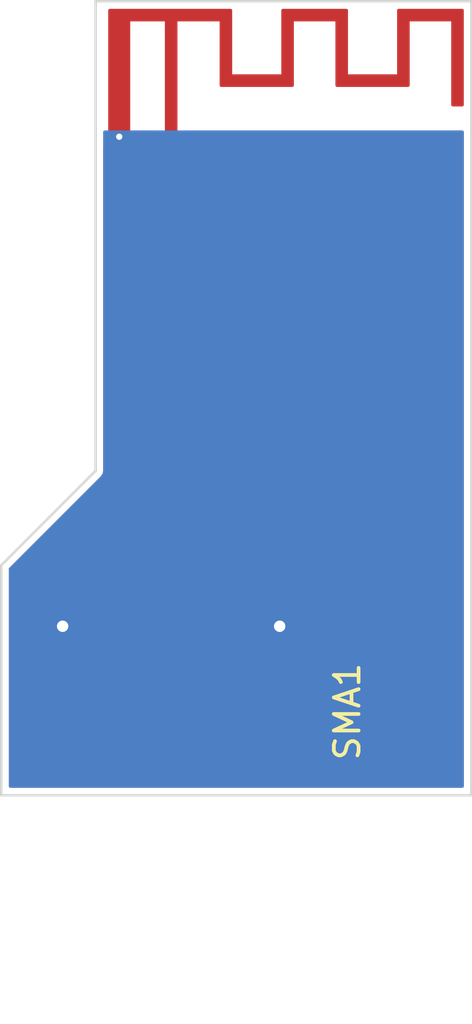
<source format=kicad_pcb>
(kicad_pcb (version 4) (host pcbnew 4.0.5)

  (general
    (links 10)
    (no_connects 0)
    (area 143.967999 94.450699 163.040061 126.554701)
    (thickness 1.6)
    (drawings 6)
    (tracks 1)
    (zones 0)
    (modules 1)
    (nets 2)
  )

  (page A4)
  (layers
    (0 F.Cu signal)
    (31 B.Cu signal)
    (32 B.Adhes user hide)
    (33 F.Adhes user hide)
    (34 B.Paste user hide)
    (35 F.Paste user hide)
    (36 B.SilkS user hide)
    (37 F.SilkS user hide)
    (38 B.Mask user hide)
    (39 F.Mask user hide)
    (40 Dwgs.User user hide)
    (41 Cmts.User user hide)
    (42 Eco1.User user hide)
    (43 Eco2.User user hide)
    (44 Edge.Cuts user)
    (45 Margin user hide)
    (46 B.CrtYd user hide)
    (47 F.CrtYd user hide)
    (48 B.Fab user hide)
    (49 F.Fab user hide)
  )

  (setup
    (last_trace_width 0.25)
    (user_trace_width 0.508)
    (user_trace_width 2.29108)
    (trace_clearance 0.2)
    (zone_clearance 0.254)
    (zone_45_only yes)
    (trace_min 0.127)
    (segment_width 0.2)
    (edge_width 0.09652)
    (via_size 0.6)
    (via_drill 0.4)
    (via_min_size 0.254)
    (via_min_drill 0.2032)
    (user_via 0.3048 0.254)
    (user_via 0.381 0.3048)
    (uvia_size 0.3)
    (uvia_drill 0.1)
    (uvias_allowed no)
    (uvia_min_size 0.2)
    (uvia_min_drill 0.1)
    (pcb_text_width 0.3)
    (pcb_text_size 1.5 1.5)
    (mod_edge_width 0.15)
    (mod_text_size 1 1)
    (mod_text_width 0.15)
    (pad_size 1.5 1.5)
    (pad_drill 0.6)
    (pad_to_mask_clearance 0)
    (aux_axis_origin 144.018 126.5047)
    (grid_origin 144.018 126.5047)
    (visible_elements 7FFFFFDF)
    (pcbplotparams
      (layerselection 0x030f0_80000001)
      (usegerberextensions false)
      (excludeedgelayer true)
      (linewidth 0.025400)
      (plotframeref false)
      (viasonmask false)
      (mode 1)
      (useauxorigin true)
      (hpglpennumber 1)
      (hpglpenspeed 20)
      (hpglpendiameter 15)
      (hpglpenoverlay 2)
      (psnegative false)
      (psa4output false)
      (plotreference true)
      (plotvalue true)
      (plotinvisibletext false)
      (padsonsilk false)
      (subtractmaskfromsilk false)
      (outputformat 1)
      (mirror false)
      (drillshape 0)
      (scaleselection 1)
      (outputdirectory ""))
  )

  (net 0 "")
  (net 1 GND)

  (net_class Default "This is the default net class."
    (clearance 0.2)
    (trace_width 0.25)
    (via_dia 0.6)
    (via_drill 0.4)
    (uvia_dia 0.3)
    (uvia_drill 0.1)
    (add_net GND)
  )

  (module Connectors_Molex:Molex_SMA_Jack_Edge_Mount (layer F.Cu) (tedit 587D2992) (tstamp 58AE1DF6)
    (at 150.876 121.412 90)
    (descr "Molex SMA Jack, Edge Mount, http://www.molex.com/pdm_docs/sd/732511150_sd.pdf")
    (tags "sma edge")
    (path /58AB8622)
    (attr smd)
    (fp_text reference SMA1 (at -1.72 7.11 90) (layer F.SilkS)
      (effects (font (size 1 1) (thickness 0.15)))
    )
    (fp_text value SMA_JPXSTEM1 (at -1.72 -7.11 90) (layer F.Fab)
      (effects (font (size 1 1) (thickness 0.15)))
    )
    (fp_line (start -4.76 -0.38) (end 0.49 -0.38) (layer F.Fab) (width 0.1))
    (fp_line (start -4.76 0.38) (end 0.49 0.38) (layer F.Fab) (width 0.1))
    (fp_line (start 0.49 -0.38) (end 0.49 0.38) (layer F.Fab) (width 0.1))
    (fp_line (start 0.49 3.75) (end 0.49 4.76) (layer F.Fab) (width 0.1))
    (fp_line (start 0.49 -4.76) (end 0.49 -3.75) (layer F.Fab) (width 0.1))
    (fp_line (start -14.29 -6.09) (end -14.29 6.09) (layer F.CrtYd) (width 0.05))
    (fp_line (start -14.29 6.09) (end 2.71 6.09) (layer F.CrtYd) (width 0.05))
    (fp_line (start 2.71 -6.09) (end 2.71 6.09) (layer B.CrtYd) (width 0.05))
    (fp_line (start -14.29 -6.09) (end 2.71 -6.09) (layer B.CrtYd) (width 0.05))
    (fp_line (start -14.29 -6.09) (end -14.29 6.09) (layer B.CrtYd) (width 0.05))
    (fp_line (start -14.29 6.09) (end 2.71 6.09) (layer B.CrtYd) (width 0.05))
    (fp_line (start 2.71 -6.09) (end 2.71 6.09) (layer F.CrtYd) (width 0.05))
    (fp_line (start 2.71 -6.09) (end -14.29 -6.09) (layer F.CrtYd) (width 0.05))
    (fp_line (start -4.76 -3.75) (end 0.49 -3.75) (layer F.Fab) (width 0.1))
    (fp_line (start -4.76 3.75) (end 0.49 3.75) (layer F.Fab) (width 0.1))
    (fp_line (start -13.79 -2.65) (end -5.91 -2.65) (layer F.Fab) (width 0.1))
    (fp_line (start -13.79 -2.65) (end -13.79 2.65) (layer F.Fab) (width 0.1))
    (fp_line (start -13.79 2.65) (end -5.91 2.65) (layer F.Fab) (width 0.1))
    (fp_line (start -4.76 -3.75) (end -4.76 3.75) (layer F.Fab) (width 0.1))
    (fp_line (start 0.49 -4.76) (end -5.91 -4.76) (layer F.Fab) (width 0.1))
    (fp_line (start -5.91 -4.76) (end -5.91 4.76) (layer F.Fab) (width 0.1))
    (fp_line (start -5.91 4.76) (end 0.49 4.76) (layer F.Fab) (width 0.1))
    (pad 1 smd rect (at -1.72 0 90) (size 5.08 2.29) (layers F.Cu F.Paste F.Mask)
      (net 1 GND))
    (pad 2 smd rect (at -1.72 -4.38 90) (size 5.08 2.42) (layers F.Cu F.Paste F.Mask)
      (net 1 GND))
    (pad 2 smd rect (at -1.72 4.38 90) (size 5.08 2.42) (layers F.Cu F.Paste F.Mask)
      (net 1 GND))
    (pad 2 smd rect (at -1.72 -4.38 90) (size 5.08 2.42) (layers B.Cu B.Paste B.Mask)
      (net 1 GND))
    (pad 2 smd rect (at -1.72 4.38 90) (size 5.08 2.42) (layers B.Cu B.Paste B.Mask)
      (net 1 GND))
    (pad 2 thru_hole circle (at 1.72 -4.38 90) (size 0.97 0.97) (drill 0.46) (layers *.Cu)
      (net 1 GND))
    (pad 2 thru_hole circle (at 1.72 4.38 90) (size 0.97 0.97) (drill 0.46) (layers *.Cu)
      (net 1 GND))
    (pad 2 smd rect (at 1.27 -4.38 90) (size 0.89 0.46) (layers F.Cu)
      (net 1 GND))
    (pad 2 smd rect (at 1.27 4.38 90) (size 0.89 0.46) (layers F.Cu)
      (net 1 GND))
    (pad 2 smd rect (at 1.27 -4.38 90) (size 0.89 0.46) (layers B.Cu)
      (net 1 GND))
    (pad 2 smd rect (at 1.27 4.38 90) (size 0.89 0.46) (layers B.Cu)
      (net 1 GND))
  )

  (gr_line (start 162.9918 94.5007) (end 147.828 94.5007) (angle 90) (layer Edge.Cuts) (width 0.09652))
  (gr_line (start 162.9918 126.5047) (end 162.9918 94.5007) (angle 90) (layer Edge.Cuts) (width 0.09652))
  (gr_line (start 144.018 126.5047) (end 162.9918 126.5047) (angle 90) (layer Edge.Cuts) (width 0.09652))
  (gr_line (start 147.828 113.4237) (end 147.828 94.5007) (angle 90) (layer Edge.Cuts) (width 0.1))
  (gr_line (start 144.018 117.2337) (end 147.828 113.4237) (angle 90) (layer Edge.Cuts) (width 0.1))
  (gr_line (start 144.018 126.5047) (end 144.018 117.2337) (angle 90) (layer Edge.Cuts) (width 0.1))

  (via (at 148.7805 99.9617) (size 0.3048) (drill 0.254) (layers F.Cu B.Cu) (net 0))

  (zone (net 1) (net_name GND) (layer F.Cu) (tstamp 58AE73CE) (hatch edge 0.508)
    (connect_pads yes (clearance 0.254))
    (min_thickness 0.127)
    (fill yes (mode segment) (arc_segments 16) (thermal_gap 0.508) (thermal_bridge_width 0.508))
    (polygon
      (pts
        (xy 153.3398 97.4471) (xy 155.321 97.4471) (xy 155.321 94.8055) (xy 158.0134 94.8055) (xy 158.0134 97.4471)
        (xy 159.9946 97.4471) (xy 159.9946 94.8055) (xy 162.687 94.8055) (xy 162.687 98.7425) (xy 162.179 98.7425)
        (xy 162.179 95.3135) (xy 160.5026 95.3135) (xy 160.5026 97.9551) (xy 157.5054 97.9551) (xy 157.5054 95.3135)
        (xy 155.829 95.3135) (xy 155.829 97.9551) (xy 152.8318 97.9551) (xy 152.8318 95.3135) (xy 151.13 95.3135)
        (xy 151.13 99.7077) (xy 152.019 100.7237) (xy 152.019 125.6665) (xy 149.733 125.6665) (xy 149.733 100.7237)
        (xy 150.622 99.7077) (xy 150.622 95.3135) (xy 149.225 95.3135) (xy 149.225 100.2157) (xy 148.8567 100.2157)
        (xy 148.8567 100.3427) (xy 149.352 100.3427) (xy 149.352 99.7077) (xy 150.368 99.7077) (xy 149.479 100.7237)
        (xy 149.479 125.9205) (xy 152.273 125.9205) (xy 152.273 100.7237) (xy 151.384 99.7077) (xy 162.9918 99.7077)
        (xy 162.9918 126.5047) (xy 144.018 126.5047) (xy 144.018 117.2337) (xy 147.828 113.4237) (xy 147.828 99.7077)
        (xy 148.209 99.7077) (xy 148.209 100.3427) (xy 148.7043 100.3427) (xy 148.7043 100.2157) (xy 148.336 100.2157)
        (xy 148.336 99.7077) (xy 148.336 94.8055) (xy 153.3398 94.8055)
      )
    )
    (filled_polygon
      (pts
        (xy 153.2763 97.4471) (xy 153.281303 97.471805) (xy 153.295523 97.492617) (xy 153.31672 97.506257) (xy 153.3398 97.5106)
        (xy 155.321 97.5106) (xy 155.345705 97.505597) (xy 155.366517 97.491377) (xy 155.380157 97.47018) (xy 155.3845 97.4471)
        (xy 155.3845 94.869) (xy 157.9499 94.869) (xy 157.9499 97.4471) (xy 157.954903 97.471805) (xy 157.969123 97.492617)
        (xy 157.99032 97.506257) (xy 158.0134 97.5106) (xy 159.9946 97.5106) (xy 160.019305 97.505597) (xy 160.040117 97.491377)
        (xy 160.053757 97.47018) (xy 160.0581 97.4471) (xy 160.0581 94.869) (xy 162.6235 94.869) (xy 162.6235 98.679)
        (xy 162.2425 98.679) (xy 162.2425 95.3135) (xy 162.237497 95.288795) (xy 162.223277 95.267983) (xy 162.20208 95.254343)
        (xy 162.179 95.25) (xy 160.5026 95.25) (xy 160.477895 95.255003) (xy 160.457083 95.269223) (xy 160.443443 95.29042)
        (xy 160.4391 95.3135) (xy 160.4391 97.8916) (xy 157.5689 97.8916) (xy 157.5689 95.3135) (xy 157.563897 95.288795)
        (xy 157.549677 95.267983) (xy 157.52848 95.254343) (xy 157.5054 95.25) (xy 155.829 95.25) (xy 155.804295 95.255003)
        (xy 155.783483 95.269223) (xy 155.769843 95.29042) (xy 155.7655 95.3135) (xy 155.7655 97.8916) (xy 152.8953 97.8916)
        (xy 152.8953 95.3135) (xy 152.890297 95.288795) (xy 152.876077 95.267983) (xy 152.85488 95.254343) (xy 152.8318 95.25)
        (xy 151.13 95.25) (xy 151.105295 95.255003) (xy 151.084483 95.269223) (xy 151.070843 95.29042) (xy 151.0665 95.3135)
        (xy 151.0665 99.7077) (xy 151.071503 99.732405) (xy 151.082211 99.749515) (xy 151.9555 100.74756) (xy 151.9555 125.603)
        (xy 149.7965 125.603) (xy 149.7965 100.74756) (xy 150.669789 99.749515) (xy 150.682292 99.727628) (xy 150.6855 99.7077)
        (xy 150.6855 95.3135) (xy 150.680497 95.288795) (xy 150.666277 95.267983) (xy 150.64508 95.254343) (xy 150.622 95.25)
        (xy 149.225 95.25) (xy 149.200295 95.255003) (xy 149.179483 95.269223) (xy 149.165843 95.29042) (xy 149.1615 95.3135)
        (xy 149.1615 100.1522) (xy 148.8567 100.1522) (xy 148.831995 100.157203) (xy 148.811183 100.171423) (xy 148.797543 100.19262)
        (xy 148.7932 100.2157) (xy 148.7932 100.3427) (xy 148.798203 100.367405) (xy 148.812423 100.388217) (xy 148.83362 100.401857)
        (xy 148.8567 100.4062) (xy 149.352 100.4062) (xy 149.376705 100.401197) (xy 149.397517 100.386977) (xy 149.411157 100.36578)
        (xy 149.4155 100.3427) (xy 149.4155 99.7712) (xy 150.22806 99.7712) (xy 149.431211 100.681885) (xy 149.418708 100.703772)
        (xy 149.4155 100.7237) (xy 149.4155 125.9205) (xy 149.420503 125.945205) (xy 149.434723 125.966017) (xy 149.45592 125.979657)
        (xy 149.479 125.984) (xy 152.273 125.984) (xy 152.297705 125.978997) (xy 152.318517 125.964777) (xy 152.332157 125.94358)
        (xy 152.3365 125.9205) (xy 152.3365 100.7237) (xy 152.331497 100.698995) (xy 152.320789 100.681885) (xy 151.52394 99.7712)
        (xy 162.62604 99.7712) (xy 162.62604 126.13894) (xy 144.3855 126.13894) (xy 144.3855 117.385924) (xy 148.087862 113.683562)
        (xy 148.167526 113.564336) (xy 148.195501 113.4237) (xy 148.1955 113.423695) (xy 148.1955 100.40366) (xy 148.209 100.4062)
        (xy 148.7043 100.4062) (xy 148.729005 100.401197) (xy 148.749817 100.386977) (xy 148.763457 100.36578) (xy 148.7678 100.3427)
        (xy 148.7678 100.2157) (xy 148.762797 100.190995) (xy 148.748577 100.170183) (xy 148.72738 100.156543) (xy 148.7043 100.1522)
        (xy 148.3995 100.1522) (xy 148.3995 94.869) (xy 153.2763 94.869)
      )
    )
    (fill_segments
      (pts (xy 153.2763 94.869) (xy 148.3995 94.869))
      (pts (xy 157.9499 94.869) (xy 155.3845 94.869))
      (pts (xy 162.6235 94.869) (xy 160.0581 94.869))
      (pts (xy 153.2763 94.9452) (xy 148.3995 94.9452))
      (pts (xy 157.9499 94.9452) (xy 155.3845 94.9452))
      (pts (xy 162.6235 94.9452) (xy 160.0581 94.9452))
      (pts (xy 153.2763 95.0214) (xy 148.3995 95.0214))
      (pts (xy 157.9499 95.0214) (xy 155.3845 95.0214))
      (pts (xy 162.6235 95.0214) (xy 160.0581 95.0214))
      (pts (xy 153.2763 95.0976) (xy 148.3995 95.0976))
      (pts (xy 157.9499 95.0976) (xy 155.3845 95.0976))
      (pts (xy 162.6235 95.0976) (xy 160.0581 95.0976))
      (pts (xy 153.2763 95.1738) (xy 148.3995 95.1738))
      (pts (xy 157.9499 95.1738) (xy 155.3845 95.1738))
      (pts (xy 162.6235 95.1738) (xy 160.0581 95.1738))
      (pts (xy 149.225 95.25) (xy 148.3995 95.25))
      (pts (xy 151.13 95.25) (xy 150.622 95.25))
      (pts (xy 153.2763 95.25) (xy 152.8318 95.25))
      (pts (xy 155.829 95.25) (xy 155.3845 95.25))
      (pts (xy 157.9499 95.25) (xy 157.5054 95.25))
      (pts (xy 160.5026 95.25) (xy 160.0581 95.25))
      (pts (xy 162.6235 95.25) (xy 162.179 95.25))
      (pts (xy 149.1615 95.3262) (xy 148.3995 95.3262))
      (pts (xy 151.0665 95.3262) (xy 150.6855 95.3262))
      (pts (xy 153.2763 95.3262) (xy 152.8953 95.3262))
      (pts (xy 155.7655 95.3262) (xy 155.3845 95.3262))
      (pts (xy 157.9499 95.3262) (xy 157.5689 95.3262))
      (pts (xy 160.4391 95.3262) (xy 160.0581 95.3262))
      (pts (xy 162.6235 95.3262) (xy 162.2425 95.3262))
      (pts (xy 149.1615 95.4024) (xy 148.3995 95.4024))
      (pts (xy 151.0665 95.4024) (xy 150.6855 95.4024))
      (pts (xy 153.2763 95.4024) (xy 152.8953 95.4024))
      (pts (xy 155.7655 95.4024) (xy 155.3845 95.4024))
      (pts (xy 157.9499 95.4024) (xy 157.5689 95.4024))
      (pts (xy 160.4391 95.4024) (xy 160.0581 95.4024))
      (pts (xy 162.6235 95.4024) (xy 162.2425 95.4024))
      (pts (xy 149.1615 95.4786) (xy 148.3995 95.4786))
      (pts (xy 151.0665 95.4786) (xy 150.6855 95.4786))
      (pts (xy 153.2763 95.4786) (xy 152.8953 95.4786))
      (pts (xy 155.7655 95.4786) (xy 155.3845 95.4786))
      (pts (xy 157.9499 95.4786) (xy 157.5689 95.4786))
      (pts (xy 160.4391 95.4786) (xy 160.0581 95.4786))
      (pts (xy 162.6235 95.4786) (xy 162.2425 95.4786))
      (pts (xy 149.1615 95.5548) (xy 148.3995 95.5548))
      (pts (xy 151.0665 95.5548) (xy 150.6855 95.5548))
      (pts (xy 153.2763 95.5548) (xy 152.8953 95.5548))
      (pts (xy 155.7655 95.5548) (xy 155.3845 95.5548))
      (pts (xy 157.9499 95.5548) (xy 157.5689 95.5548))
      (pts (xy 160.4391 95.5548) (xy 160.0581 95.5548))
      (pts (xy 162.6235 95.5548) (xy 162.2425 95.5548))
      (pts (xy 149.1615 95.631) (xy 148.3995 95.631))
      (pts (xy 151.0665 95.631) (xy 150.6855 95.631))
      (pts (xy 153.2763 95.631) (xy 152.8953 95.631))
      (pts (xy 155.7655 95.631) (xy 155.3845 95.631))
      (pts (xy 157.9499 95.631) (xy 157.5689 95.631))
      (pts (xy 160.4391 95.631) (xy 160.0581 95.631))
      (pts (xy 162.6235 95.631) (xy 162.2425 95.631))
      (pts (xy 149.1615 95.7072) (xy 148.3995 95.7072))
      (pts (xy 151.0665 95.7072) (xy 150.6855 95.7072))
      (pts (xy 153.2763 95.7072) (xy 152.8953 95.7072))
      (pts (xy 155.7655 95.7072) (xy 155.3845 95.7072))
      (pts (xy 157.9499 95.7072) (xy 157.5689 95.7072))
      (pts (xy 160.4391 95.7072) (xy 160.0581 95.7072))
      (pts (xy 162.6235 95.7072) (xy 162.2425 95.7072))
      (pts (xy 149.1615 95.7834) (xy 148.3995 95.7834))
      (pts (xy 151.0665 95.7834) (xy 150.6855 95.7834))
      (pts (xy 153.2763 95.7834) (xy 152.8953 95.7834))
      (pts (xy 155.7655 95.7834) (xy 155.3845 95.7834))
      (pts (xy 157.9499 95.7834) (xy 157.5689 95.7834))
      (pts (xy 160.4391 95.7834) (xy 160.0581 95.7834))
      (pts (xy 162.6235 95.7834) (xy 162.2425 95.7834))
      (pts (xy 149.1615 95.8596) (xy 148.3995 95.8596))
      (pts (xy 151.0665 95.8596) (xy 150.6855 95.8596))
      (pts (xy 153.2763 95.8596) (xy 152.8953 95.8596))
      (pts (xy 155.7655 95.8596) (xy 155.3845 95.8596))
      (pts (xy 157.9499 95.8596) (xy 157.5689 95.8596))
      (pts (xy 160.4391 95.8596) (xy 160.0581 95.8596))
      (pts (xy 162.6235 95.8596) (xy 162.2425 95.8596))
      (pts (xy 149.1615 95.9358) (xy 148.3995 95.9358))
      (pts (xy 151.0665 95.9358) (xy 150.6855 95.9358))
      (pts (xy 153.2763 95.9358) (xy 152.8953 95.9358))
      (pts (xy 155.7655 95.9358) (xy 155.3845 95.9358))
      (pts (xy 157.9499 95.9358) (xy 157.5689 95.9358))
      (pts (xy 160.4391 95.9358) (xy 160.0581 95.9358))
      (pts (xy 162.6235 95.9358) (xy 162.2425 95.9358))
      (pts (xy 149.1615 96.012) (xy 148.3995 96.012))
      (pts (xy 151.0665 96.012) (xy 150.6855 96.012))
      (pts (xy 153.2763 96.012) (xy 152.8953 96.012))
      (pts (xy 155.7655 96.012) (xy 155.3845 96.012))
      (pts (xy 157.9499 96.012) (xy 157.5689 96.012))
      (pts (xy 160.4391 96.012) (xy 160.0581 96.012))
      (pts (xy 162.6235 96.012) (xy 162.2425 96.012))
      (pts (xy 149.1615 96.0882) (xy 148.3995 96.0882))
      (pts (xy 151.0665 96.0882) (xy 150.6855 96.0882))
      (pts (xy 153.2763 96.0882) (xy 152.8953 96.0882))
      (pts (xy 155.7655 96.0882) (xy 155.3845 96.0882))
      (pts (xy 157.9499 96.0882) (xy 157.5689 96.0882))
      (pts (xy 160.4391 96.0882) (xy 160.0581 96.0882))
      (pts (xy 162.6235 96.0882) (xy 162.2425 96.0882))
      (pts (xy 149.1615 96.1644) (xy 148.3995 96.1644))
      (pts (xy 151.0665 96.1644) (xy 150.6855 96.1644))
      (pts (xy 153.2763 96.1644) (xy 152.8953 96.1644))
      (pts (xy 155.7655 96.1644) (xy 155.3845 96.1644))
      (pts (xy 157.9499 96.1644) (xy 157.5689 96.1644))
      (pts (xy 160.4391 96.1644) (xy 160.0581 96.1644))
      (pts (xy 162.6235 96.1644) (xy 162.2425 96.1644))
      (pts (xy 149.1615 96.2406) (xy 148.3995 96.2406))
      (pts (xy 151.0665 96.2406) (xy 150.6855 96.2406))
      (pts (xy 153.2763 96.2406) (xy 152.8953 96.2406))
      (pts (xy 155.7655 96.2406) (xy 155.3845 96.2406))
      (pts (xy 157.9499 96.2406) (xy 157.5689 96.2406))
      (pts (xy 160.4391 96.2406) (xy 160.0581 96.2406))
      (pts (xy 162.6235 96.2406) (xy 162.2425 96.2406))
      (pts (xy 149.1615 96.3168) (xy 148.3995 96.3168))
      (pts (xy 151.0665 96.3168) (xy 150.6855 96.3168))
      (pts (xy 153.2763 96.3168) (xy 152.8953 96.3168))
      (pts (xy 155.7655 96.3168) (xy 155.3845 96.3168))
      (pts (xy 157.9499 96.3168) (xy 157.5689 96.3168))
      (pts (xy 160.4391 96.3168) (xy 160.0581 96.3168))
      (pts (xy 162.6235 96.3168) (xy 162.2425 96.3168))
      (pts (xy 149.1615 96.393) (xy 148.3995 96.393))
      (pts (xy 151.0665 96.393) (xy 150.6855 96.393))
      (pts (xy 153.2763 96.393) (xy 152.8953 96.393))
      (pts (xy 155.7655 96.393) (xy 155.3845 96.393))
      (pts (xy 157.9499 96.393) (xy 157.5689 96.393))
      (pts (xy 160.4391 96.393) (xy 160.0581 96.393))
      (pts (xy 162.6235 96.393) (xy 162.2425 96.393))
      (pts (xy 149.1615 96.4692) (xy 148.3995 96.4692))
      (pts (xy 151.0665 96.4692) (xy 150.6855 96.4692))
      (pts (xy 153.2763 96.4692) (xy 152.8953 96.4692))
      (pts (xy 155.7655 96.4692) (xy 155.3845 96.4692))
      (pts (xy 157.9499 96.4692) (xy 157.5689 96.4692))
      (pts (xy 160.4391 96.4692) (xy 160.0581 96.4692))
      (pts (xy 162.6235 96.4692) (xy 162.2425 96.4692))
      (pts (xy 149.1615 96.5454) (xy 148.3995 96.5454))
      (pts (xy 151.0665 96.5454) (xy 150.6855 96.5454))
      (pts (xy 153.2763 96.5454) (xy 152.8953 96.5454))
      (pts (xy 155.7655 96.5454) (xy 155.3845 96.5454))
      (pts (xy 157.9499 96.5454) (xy 157.5689 96.5454))
      (pts (xy 160.4391 96.5454) (xy 160.0581 96.5454))
      (pts (xy 162.6235 96.5454) (xy 162.2425 96.5454))
      (pts (xy 149.1615 96.6216) (xy 148.3995 96.6216))
      (pts (xy 151.0665 96.6216) (xy 150.6855 96.6216))
      (pts (xy 153.2763 96.6216) (xy 152.8953 96.6216))
      (pts (xy 155.7655 96.6216) (xy 155.3845 96.6216))
      (pts (xy 157.9499 96.6216) (xy 157.5689 96.6216))
      (pts (xy 160.4391 96.6216) (xy 160.0581 96.6216))
      (pts (xy 162.6235 96.6216) (xy 162.2425 96.6216))
      (pts (xy 149.1615 96.6978) (xy 148.3995 96.6978))
      (pts (xy 151.0665 96.6978) (xy 150.6855 96.6978))
      (pts (xy 153.2763 96.6978) (xy 152.8953 96.6978))
      (pts (xy 155.7655 96.6978) (xy 155.3845 96.6978))
      (pts (xy 157.9499 96.6978) (xy 157.5689 96.6978))
      (pts (xy 160.4391 96.6978) (xy 160.0581 96.6978))
      (pts (xy 162.6235 96.6978) (xy 162.2425 96.6978))
      (pts (xy 149.1615 96.774) (xy 148.3995 96.774))
      (pts (xy 151.0665 96.774) (xy 150.6855 96.774))
      (pts (xy 153.2763 96.774) (xy 152.8953 96.774))
      (pts (xy 155.7655 96.774) (xy 155.3845 96.774))
      (pts (xy 157.9499 96.774) (xy 157.5689 96.774))
      (pts (xy 160.4391 96.774) (xy 160.0581 96.774))
      (pts (xy 162.6235 96.774) (xy 162.2425 96.774))
      (pts (xy 149.1615 96.8502) (xy 148.3995 96.8502))
      (pts (xy 151.0665 96.8502) (xy 150.6855 96.8502))
      (pts (xy 153.2763 96.8502) (xy 152.8953 96.8502))
      (pts (xy 155.7655 96.8502) (xy 155.3845 96.8502))
      (pts (xy 157.9499 96.8502) (xy 157.5689 96.8502))
      (pts (xy 160.4391 96.8502) (xy 160.0581 96.8502))
      (pts (xy 162.6235 96.8502) (xy 162.2425 96.8502))
      (pts (xy 149.1615 96.9264) (xy 148.3995 96.9264))
      (pts (xy 151.0665 96.9264) (xy 150.6855 96.9264))
      (pts (xy 153.2763 96.9264) (xy 152.8953 96.9264))
      (pts (xy 155.7655 96.9264) (xy 155.3845 96.9264))
      (pts (xy 157.9499 96.9264) (xy 157.5689 96.9264))
      (pts (xy 160.4391 96.9264) (xy 160.0581 96.9264))
      (pts (xy 162.6235 96.9264) (xy 162.2425 96.9264))
      (pts (xy 149.1615 97.0026) (xy 148.3995 97.0026))
      (pts (xy 151.0665 97.0026) (xy 150.6855 97.0026))
      (pts (xy 153.2763 97.0026) (xy 152.8953 97.0026))
      (pts (xy 155.7655 97.0026) (xy 155.3845 97.0026))
      (pts (xy 157.9499 97.0026) (xy 157.5689 97.0026))
      (pts (xy 160.4391 97.0026) (xy 160.0581 97.0026))
      (pts (xy 162.6235 97.0026) (xy 162.2425 97.0026))
      (pts (xy 149.1615 97.0788) (xy 148.3995 97.0788))
      (pts (xy 151.0665 97.0788) (xy 150.6855 97.0788))
      (pts (xy 153.2763 97.0788) (xy 152.8953 97.0788))
      (pts (xy 155.7655 97.0788) (xy 155.3845 97.0788))
      (pts (xy 157.9499 97.0788) (xy 157.5689 97.0788))
      (pts (xy 160.4391 97.0788) (xy 160.0581 97.0788))
      (pts (xy 162.6235 97.0788) (xy 162.2425 97.0788))
      (pts (xy 149.1615 97.155) (xy 148.3995 97.155))
      (pts (xy 151.0665 97.155) (xy 150.6855 97.155))
      (pts (xy 153.2763 97.155) (xy 152.8953 97.155))
      (pts (xy 155.7655 97.155) (xy 155.3845 97.155))
      (pts (xy 157.9499 97.155) (xy 157.5689 97.155))
      (pts (xy 160.4391 97.155) (xy 160.0581 97.155))
      (pts (xy 162.6235 97.155) (xy 162.2425 97.155))
      (pts (xy 149.1615 97.2312) (xy 148.3995 97.2312))
      (pts (xy 151.0665 97.2312) (xy 150.6855 97.2312))
      (pts (xy 153.2763 97.2312) (xy 152.8953 97.2312))
      (pts (xy 155.7655 97.2312) (xy 155.3845 97.2312))
      (pts (xy 157.9499 97.2312) (xy 157.5689 97.2312))
      (pts (xy 160.4391 97.2312) (xy 160.0581 97.2312))
      (pts (xy 162.6235 97.2312) (xy 162.2425 97.2312))
      (pts (xy 149.1615 97.3074) (xy 148.3995 97.3074))
      (pts (xy 151.0665 97.3074) (xy 150.6855 97.3074))
      (pts (xy 153.2763 97.3074) (xy 152.8953 97.3074))
      (pts (xy 155.7655 97.3074) (xy 155.3845 97.3074))
      (pts (xy 157.9499 97.3074) (xy 157.5689 97.3074))
      (pts (xy 160.4391 97.3074) (xy 160.0581 97.3074))
      (pts (xy 162.6235 97.3074) (xy 162.2425 97.3074))
      (pts (xy 149.1615 97.3836) (xy 148.3995 97.3836))
      (pts (xy 151.0665 97.3836) (xy 150.6855 97.3836))
      (pts (xy 153.2763 97.3836) (xy 152.8953 97.3836))
      (pts (xy 155.7655 97.3836) (xy 155.3845 97.3836))
      (pts (xy 157.9499 97.3836) (xy 157.5689 97.3836))
      (pts (xy 160.4391 97.3836) (xy 160.0581 97.3836))
      (pts (xy 162.6235 97.3836) (xy 162.2425 97.3836))
      (pts (xy 149.1615 97.4598) (xy 148.3995 97.4598))
      (pts (xy 151.0665 97.4598) (xy 150.6855 97.4598))
      (pts (xy 153.278871 97.4598) (xy 152.8953 97.4598))
      (pts (xy 155.7655 97.4598) (xy 155.38211 97.4598))
      (pts (xy 157.952471 97.4598) (xy 157.5689 97.4598))
      (pts (xy 160.4391 97.4598) (xy 160.05571 97.4598))
      (pts (xy 162.6235 97.4598) (xy 162.2425 97.4598))
      (pts (xy 149.1615 97.536) (xy 148.3995 97.536))
      (pts (xy 151.0665 97.536) (xy 150.6855 97.536))
      (pts (xy 155.7655 97.536) (xy 152.8953 97.536))
      (pts (xy 160.4391 97.536) (xy 157.5689 97.536))
      (pts (xy 162.6235 97.536) (xy 162.2425 97.536))
      (pts (xy 149.1615 97.6122) (xy 148.3995 97.6122))
      (pts (xy 151.0665 97.6122) (xy 150.6855 97.6122))
      (pts (xy 155.7655 97.6122) (xy 152.8953 97.6122))
      (pts (xy 160.4391 97.6122) (xy 157.5689 97.6122))
      (pts (xy 162.6235 97.6122) (xy 162.2425 97.6122))
      (pts (xy 149.1615 97.6884) (xy 148.3995 97.6884))
      (pts (xy 151.0665 97.6884) (xy 150.6855 97.6884))
      (pts (xy 155.7655 97.6884) (xy 152.8953 97.6884))
      (pts (xy 160.4391 97.6884) (xy 157.5689 97.6884))
      (pts (xy 162.6235 97.6884) (xy 162.2425 97.6884))
      (pts (xy 149.1615 97.7646) (xy 148.3995 97.7646))
      (pts (xy 151.0665 97.7646) (xy 150.6855 97.7646))
      (pts (xy 155.7655 97.7646) (xy 152.8953 97.7646))
      (pts (xy 160.4391 97.7646) (xy 157.5689 97.7646))
      (pts (xy 162.6235 97.7646) (xy 162.2425 97.7646))
      (pts (xy 149.1615 97.8408) (xy 148.3995 97.8408))
      (pts (xy 151.0665 97.8408) (xy 150.6855 97.8408))
      (pts (xy 155.7655 97.8408) (xy 152.8953 97.8408))
      (pts (xy 160.4391 97.8408) (xy 157.5689 97.8408))
      (pts (xy 162.6235 97.8408) (xy 162.2425 97.8408))
      (pts (xy 149.1615 97.917) (xy 148.3995 97.917))
      (pts (xy 151.0665 97.917) (xy 150.6855 97.917))
      (pts (xy 162.6235 97.917) (xy 162.2425 97.917))
      (pts (xy 149.1615 97.9932) (xy 148.3995 97.9932))
      (pts (xy 151.0665 97.9932) (xy 150.6855 97.9932))
      (pts (xy 162.6235 97.9932) (xy 162.2425 97.9932))
      (pts (xy 149.1615 98.0694) (xy 148.3995 98.0694))
      (pts (xy 151.0665 98.0694) (xy 150.6855 98.0694))
      (pts (xy 162.6235 98.0694) (xy 162.2425 98.0694))
      (pts (xy 149.1615 98.1456) (xy 148.3995 98.1456))
      (pts (xy 151.0665 98.1456) (xy 150.6855 98.1456))
      (pts (xy 162.6235 98.1456) (xy 162.2425 98.1456))
      (pts (xy 149.1615 98.2218) (xy 148.3995 98.2218))
      (pts (xy 151.0665 98.2218) (xy 150.6855 98.2218))
      (pts (xy 162.6235 98.2218) (xy 162.2425 98.2218))
      (pts (xy 149.1615 98.298) (xy 148.3995 98.298))
      (pts (xy 151.0665 98.298) (xy 150.6855 98.298))
      (pts (xy 162.6235 98.298) (xy 162.2425 98.298))
      (pts (xy 149.1615 98.3742) (xy 148.3995 98.3742))
      (pts (xy 151.0665 98.3742) (xy 150.6855 98.3742))
      (pts (xy 162.6235 98.3742) (xy 162.2425 98.3742))
      (pts (xy 149.1615 98.4504) (xy 148.3995 98.4504))
      (pts (xy 151.0665 98.4504) (xy 150.6855 98.4504))
      (pts (xy 162.6235 98.4504) (xy 162.2425 98.4504))
      (pts (xy 149.1615 98.5266) (xy 148.3995 98.5266))
      (pts (xy 151.0665 98.5266) (xy 150.6855 98.5266))
      (pts (xy 162.6235 98.5266) (xy 162.2425 98.5266))
      (pts (xy 149.1615 98.6028) (xy 148.3995 98.6028))
      (pts (xy 151.0665 98.6028) (xy 150.6855 98.6028))
      (pts (xy 162.6235 98.6028) (xy 162.2425 98.6028))
      (pts (xy 149.1615 98.679) (xy 148.3995 98.679))
      (pts (xy 151.0665 98.679) (xy 150.6855 98.679))
      (pts (xy 149.1615 98.7552) (xy 148.3995 98.7552))
      (pts (xy 151.0665 98.7552) (xy 150.6855 98.7552))
      (pts (xy 149.1615 98.8314) (xy 148.3995 98.8314))
      (pts (xy 151.0665 98.8314) (xy 150.6855 98.8314))
      (pts (xy 149.1615 98.9076) (xy 148.3995 98.9076))
      (pts (xy 151.0665 98.9076) (xy 150.6855 98.9076))
      (pts (xy 149.1615 98.9838) (xy 148.3995 98.9838))
      (pts (xy 151.0665 98.9838) (xy 150.6855 98.9838))
      (pts (xy 149.1615 99.06) (xy 148.3995 99.06))
      (pts (xy 151.0665 99.06) (xy 150.6855 99.06))
      (pts (xy 149.1615 99.1362) (xy 148.3995 99.1362))
      (pts (xy 151.0665 99.1362) (xy 150.6855 99.1362))
      (pts (xy 149.1615 99.2124) (xy 148.3995 99.2124))
      (pts (xy 151.0665 99.2124) (xy 150.6855 99.2124))
      (pts (xy 149.1615 99.2886) (xy 148.3995 99.2886))
      (pts (xy 151.0665 99.2886) (xy 150.6855 99.2886))
      (pts (xy 149.1615 99.3648) (xy 148.3995 99.3648))
      (pts (xy 151.0665 99.3648) (xy 150.6855 99.3648))
      (pts (xy 149.1615 99.441) (xy 148.3995 99.441))
      (pts (xy 151.0665 99.441) (xy 150.6855 99.441))
      (pts (xy 149.1615 99.5172) (xy 148.3995 99.5172))
      (pts (xy 151.0665 99.5172) (xy 150.6855 99.5172))
      (pts (xy 149.1615 99.5934) (xy 148.3995 99.5934))
      (pts (xy 151.0665 99.5934) (xy 150.6855 99.5934))
      (pts (xy 149.1615 99.6696) (xy 148.3995 99.6696))
      (pts (xy 151.0665 99.6696) (xy 150.6855 99.6696))
      (pts (xy 149.1615 99.7458) (xy 148.3995 99.7458))
      (pts (xy 151.079886 99.7458) (xy 150.671911 99.7458))
      (pts (xy 149.1615 99.822) (xy 148.3995 99.822))
      (pts (xy 150.183611 99.822) (xy 149.4155 99.822))
      (pts (xy 151.145635 99.822) (xy 150.606364 99.822))
      (pts (xy 162.62604 99.822) (xy 151.56839 99.822))
      (pts (xy 149.1615 99.8982) (xy 148.3995 99.8982))
      (pts (xy 150.116936 99.8982) (xy 149.4155 99.8982))
      (pts (xy 151.21231 99.8982) (xy 150.539689 99.8982))
      (pts (xy 162.62604 99.8982) (xy 151.635065 99.8982))
      (pts (xy 149.1615 99.9744) (xy 148.3995 99.9744))
      (pts (xy 150.050261 99.9744) (xy 149.4155 99.9744))
      (pts (xy 151.278985 99.9744) (xy 150.473014 99.9744))
      (pts (xy 162.62604 99.9744) (xy 151.70174 99.9744))
      (pts (xy 149.1615 100.0506) (xy 148.3995 100.0506))
      (pts (xy 149.983586 100.0506) (xy 149.4155 100.0506))
      (pts (xy 151.34566 100.0506) (xy 150.406339 100.0506))
      (pts (xy 162.62604 100.0506) (xy 151.768415 100.0506))
      (pts (xy 149.1615 100.1268) (xy 148.3995 100.1268))
      (pts (xy 149.916911 100.1268) (xy 149.4155 100.1268))
      (pts (xy 151.412335 100.1268) (xy 150.339664 100.1268))
      (pts (xy 162.62604 100.1268) (xy 151.83509 100.1268))
      (pts (xy 148.79559 100.203) (xy 148.765229 100.203))
      (pts (xy 149.850236 100.203) (xy 149.4155 100.203))
      (pts (xy 151.47901 100.203) (xy 150.272989 100.203))
      (pts (xy 162.62604 100.203) (xy 151.901765 100.203))
      (pts (xy 148.7932 100.2792) (xy 148.7678 100.2792))
      (pts (xy 149.783561 100.2792) (xy 149.4155 100.2792))
      (pts (xy 151.545685 100.2792) (xy 150.206314 100.2792))
      (pts (xy 162.62604 100.2792) (xy 151.96844 100.2792))
      (pts (xy 148.795771 100.3554) (xy 148.76541 100.3554))
      (pts (xy 149.716886 100.3554) (xy 149.41311 100.3554))
      (pts (xy 151.61236 100.3554) (xy 150.139639 100.3554))
      (pts (xy 162.62604 100.3554) (xy 152.035115 100.3554))
      (pts (xy 149.650211 100.4316) (xy 148.1955 100.4316))
      (pts (xy 151.679035 100.4316) (xy 150.072964 100.4316))
      (pts (xy 162.62604 100.4316) (xy 152.10179 100.4316))
      (pts (xy 149.583536 100.5078) (xy 148.1955 100.5078))
      (pts (xy 151.74571 100.5078) (xy 150.006289 100.5078))
      (pts (xy 162.62604 100.5078) (xy 152.168465 100.5078))
      (pts (xy 149.516861 100.584) (xy 148.1955 100.584))
      (pts (xy 151.812385 100.584) (xy 149.939614 100.584))
      (pts (xy 162.62604 100.584) (xy 152.23514 100.584))
      (pts (xy 149.450186 100.6602) (xy 148.1955 100.6602))
      (pts (xy 151.87906 100.6602) (xy 149.872939 100.6602))
      (pts (xy 162.62604 100.6602) (xy 152.301815 100.6602))
      (pts (xy 149.4155 100.7364) (xy 148.1955 100.7364))
      (pts (xy 151.945735 100.7364) (xy 149.806264 100.7364))
      (pts (xy 162.62604 100.7364) (xy 152.3365 100.7364))
      (pts (xy 149.4155 100.8126) (xy 148.1955 100.8126))
      (pts (xy 151.9555 100.8126) (xy 149.7965 100.8126))
      (pts (xy 162.62604 100.8126) (xy 152.3365 100.8126))
      (pts (xy 149.4155 100.8888) (xy 148.1955 100.8888))
      (pts (xy 151.9555 100.8888) (xy 149.7965 100.8888))
      (pts (xy 162.62604 100.8888) (xy 152.3365 100.8888))
      (pts (xy 149.4155 100.965) (xy 148.1955 100.965))
      (pts (xy 151.9555 100.965) (xy 149.7965 100.965))
      (pts (xy 162.62604 100.965) (xy 152.3365 100.965))
      (pts (xy 149.4155 101.0412) (xy 148.1955 101.0412))
      (pts (xy 151.9555 101.0412) (xy 149.7965 101.0412))
      (pts (xy 162.62604 101.0412) (xy 152.3365 101.0412))
      (pts (xy 149.4155 101.1174) (xy 148.1955 101.1174))
      (pts (xy 151.9555 101.1174) (xy 149.7965 101.1174))
      (pts (xy 162.62604 101.1174) (xy 152.3365 101.1174))
      (pts (xy 149.4155 101.1936) (xy 148.1955 101.1936))
      (pts (xy 151.9555 101.1936) (xy 149.7965 101.1936))
      (pts (xy 162.62604 101.1936) (xy 152.3365 101.1936))
      (pts (xy 149.4155 101.2698) (xy 148.1955 101.2698))
      (pts (xy 151.9555 101.2698) (xy 149.7965 101.2698))
      (pts (xy 162.62604 101.2698) (xy 152.3365 101.2698))
      (pts (xy 149.4155 101.346) (xy 148.1955 101.346))
      (pts (xy 151.9555 101.346) (xy 149.7965 101.346))
      (pts (xy 162.62604 101.346) (xy 152.3365 101.346))
      (pts (xy 149.4155 101.4222) (xy 148.1955 101.4222))
      (pts (xy 151.9555 101.4222) (xy 149.7965 101.4222))
      (pts (xy 162.62604 101.4222) (xy 152.3365 101.4222))
      (pts (xy 149.4155 101.4984) (xy 148.1955 101.4984))
      (pts (xy 151.9555 101.4984) (xy 149.7965 101.4984))
      (pts (xy 162.62604 101.4984) (xy 152.3365 101.4984))
      (pts (xy 149.4155 101.5746) (xy 148.1955 101.5746))
      (pts (xy 151.9555 101.5746) (xy 149.7965 101.5746))
      (pts (xy 162.62604 101.5746) (xy 152.3365 101.5746))
      (pts (xy 149.4155 101.6508) (xy 148.1955 101.6508))
      (pts (xy 151.9555 101.6508) (xy 149.7965 101.6508))
      (pts (xy 162.62604 101.6508) (xy 152.3365 101.6508))
      (pts (xy 149.4155 101.727) (xy 148.1955 101.727))
      (pts (xy 151.9555 101.727) (xy 149.7965 101.727))
      (pts (xy 162.62604 101.727) (xy 152.3365 101.727))
      (pts (xy 149.4155 101.8032) (xy 148.1955 101.8032))
      (pts (xy 151.9555 101.8032) (xy 149.7965 101.8032))
      (pts (xy 162.62604 101.8032) (xy 152.3365 101.8032))
      (pts (xy 149.4155 101.8794) (xy 148.1955 101.8794))
      (pts (xy 151.9555 101.8794) (xy 149.7965 101.8794))
      (pts (xy 162.62604 101.8794) (xy 152.3365 101.8794))
      (pts (xy 149.4155 101.9556) (xy 148.1955 101.9556))
      (pts (xy 151.9555 101.9556) (xy 149.7965 101.9556))
      (pts (xy 162.62604 101.9556) (xy 152.3365 101.9556))
      (pts (xy 149.4155 102.0318) (xy 148.1955 102.0318))
      (pts (xy 151.9555 102.0318) (xy 149.7965 102.0318))
      (pts (xy 162.62604 102.0318) (xy 152.3365 102.0318))
      (pts (xy 149.4155 102.108) (xy 148.1955 102.108))
      (pts (xy 151.9555 102.108) (xy 149.7965 102.108))
      (pts (xy 162.62604 102.108) (xy 152.3365 102.108))
      (pts (xy 149.4155 102.1842) (xy 148.1955 102.1842))
      (pts (xy 151.9555 102.1842) (xy 149.7965 102.1842))
      (pts (xy 162.62604 102.1842) (xy 152.3365 102.1842))
      (pts (xy 149.4155 102.2604) (xy 148.1955 102.2604))
      (pts (xy 151.9555 102.2604) (xy 149.7965 102.2604))
      (pts (xy 162.62604 102.2604) (xy 152.3365 102.2604))
      (pts (xy 149.4155 102.3366) (xy 148.1955 102.3366))
      (pts (xy 151.9555 102.3366) (xy 149.7965 102.3366))
      (pts (xy 162.62604 102.3366) (xy 152.3365 102.3366))
      (pts (xy 149.4155 102.4128) (xy 148.1955 102.4128))
      (pts (xy 151.9555 102.4128) (xy 149.7965 102.4128))
      (pts (xy 162.62604 102.4128) (xy 152.3365 102.4128))
      (pts (xy 149.4155 102.489) (xy 148.1955 102.489))
      (pts (xy 151.9555 102.489) (xy 149.7965 102.489))
      (pts (xy 162.62604 102.489) (xy 152.3365 102.489))
      (pts (xy 149.4155 102.5652) (xy 148.1955 102.5652))
      (pts (xy 151.9555 102.5652) (xy 149.7965 102.5652))
      (pts (xy 162.62604 102.5652) (xy 152.3365 102.5652))
      (pts (xy 149.4155 102.6414) (xy 148.1955 102.6414))
      (pts (xy 151.9555 102.6414) (xy 149.7965 102.6414))
      (pts (xy 162.62604 102.6414) (xy 152.3365 102.6414))
      (pts (xy 149.4155 102.7176) (xy 148.1955 102.7176))
      (pts (xy 151.9555 102.7176) (xy 149.7965 102.7176))
      (pts (xy 162.62604 102.7176) (xy 152.3365 102.7176))
      (pts (xy 149.4155 102.7938) (xy 148.1955 102.7938))
      (pts (xy 151.9555 102.7938) (xy 149.7965 102.7938))
      (pts (xy 162.62604 102.7938) (xy 152.3365 102.7938))
      (pts (xy 149.4155 102.87) (xy 148.1955 102.87))
      (pts (xy 151.9555 102.87) (xy 149.7965 102.87))
      (pts (xy 162.62604 102.87) (xy 152.3365 102.87))
      (pts (xy 149.4155 102.9462) (xy 148.1955 102.9462))
      (pts (xy 151.9555 102.9462) (xy 149.7965 102.9462))
      (pts (xy 162.62604 102.9462) (xy 152.3365 102.9462))
      (pts (xy 149.4155 103.0224) (xy 148.1955 103.0224))
      (pts (xy 151.9555 103.0224) (xy 149.7965 103.0224))
      (pts (xy 162.62604 103.0224) (xy 152.3365 103.0224))
      (pts (xy 149.4155 103.0986) (xy 148.1955 103.0986))
      (pts (xy 151.9555 103.0986) (xy 149.7965 103.0986))
      (pts (xy 162.62604 103.0986) (xy 152.3365 103.0986))
      (pts (xy 149.4155 103.1748) (xy 148.1955 103.1748))
      (pts (xy 151.9555 103.1748) (xy 149.7965 103.1748))
      (pts (xy 162.62604 103.1748) (xy 152.3365 103.1748))
      (pts (xy 149.4155 103.251) (xy 148.1955 103.251))
      (pts (xy 151.9555 103.251) (xy 149.7965 103.251))
      (pts (xy 162.62604 103.251) (xy 152.3365 103.251))
      (pts (xy 149.4155 103.3272) (xy 148.1955 103.3272))
      (pts (xy 151.9555 103.3272) (xy 149.7965 103.3272))
      (pts (xy 162.62604 103.3272) (xy 152.3365 103.3272))
      (pts (xy 149.4155 103.4034) (xy 148.1955 103.4034))
      (pts (xy 151.9555 103.4034) (xy 149.7965 103.4034))
      (pts (xy 162.62604 103.4034) (xy 152.3365 103.4034))
      (pts (xy 149.4155 103.4796) (xy 148.1955 103.4796))
      (pts (xy 151.9555 103.4796) (xy 149.7965 103.4796))
      (pts (xy 162.62604 103.4796) (xy 152.3365 103.4796))
      (pts (xy 149.4155 103.5558) (xy 148.1955 103.5558))
      (pts (xy 151.9555 103.5558) (xy 149.7965 103.5558))
      (pts (xy 162.62604 103.5558) (xy 152.3365 103.5558))
      (pts (xy 149.4155 103.632) (xy 148.1955 103.632))
      (pts (xy 151.9555 103.632) (xy 149.7965 103.632))
      (pts (xy 162.62604 103.632) (xy 152.3365 103.632))
      (pts (xy 149.4155 103.7082) (xy 148.1955 103.7082))
      (pts (xy 151.9555 103.7082) (xy 149.7965 103.7082))
      (pts (xy 162.62604 103.7082) (xy 152.3365 103.7082))
      (pts (xy 149.4155 103.7844) (xy 148.1955 103.7844))
      (pts (xy 151.9555 103.7844) (xy 149.7965 103.7844))
      (pts (xy 162.62604 103.7844) (xy 152.3365 103.7844))
      (pts (xy 149.4155 103.8606) (xy 148.1955 103.8606))
      (pts (xy 151.9555 103.8606) (xy 149.7965 103.8606))
      (pts (xy 162.62604 103.8606) (xy 152.3365 103.8606))
      (pts (xy 149.4155 103.9368) (xy 148.1955 103.9368))
      (pts (xy 151.9555 103.9368) (xy 149.7965 103.9368))
      (pts (xy 162.62604 103.9368) (xy 152.3365 103.9368))
      (pts (xy 149.4155 104.013) (xy 148.1955 104.013))
      (pts (xy 151.9555 104.013) (xy 149.7965 104.013))
      (pts (xy 162.62604 104.013) (xy 152.3365 104.013))
      (pts (xy 149.4155 104.0892) (xy 148.1955 104.0892))
      (pts (xy 151.9555 104.0892) (xy 149.7965 104.0892))
      (pts (xy 162.62604 104.0892) (xy 152.3365 104.0892))
      (pts (xy 149.4155 104.1654) (xy 148.1955 104.1654))
      (pts (xy 151.9555 104.1654) (xy 149.7965 104.1654))
      (pts (xy 162.62604 104.1654) (xy 152.3365 104.1654))
      (pts (xy 149.4155 104.2416) (xy 148.1955 104.2416))
      (pts (xy 151.9555 104.2416) (xy 149.7965 104.2416))
      (pts (xy 162.62604 104.2416) (xy 152.3365 104.2416))
      (pts (xy 149.4155 104.3178) (xy 148.1955 104.3178))
      (pts (xy 151.9555 104.3178) (xy 149.7965 104.3178))
      (pts (xy 162.62604 104.3178) (xy 152.3365 104.3178))
      (pts (xy 149.4155 104.394) (xy 148.1955 104.394))
      (pts (xy 151.9555 104.394) (xy 149.7965 104.394))
      (pts (xy 162.62604 104.394) (xy 152.3365 104.394))
      (pts (xy 149.4155 104.4702) (xy 148.1955 104.4702))
      (pts (xy 151.9555 104.4702) (xy 149.7965 104.4702))
      (pts (xy 162.62604 104.4702) (xy 152.3365 104.4702))
      (pts (xy 149.4155 104.5464) (xy 148.1955 104.5464))
      (pts (xy 151.9555 104.5464) (xy 149.7965 104.5464))
      (pts (xy 162.62604 104.5464) (xy 152.3365 104.5464))
      (pts (xy 149.4155 104.6226) (xy 148.1955 104.6226))
      (pts (xy 151.9555 104.6226) (xy 149.7965 104.6226))
      (pts (xy 162.62604 104.6226) (xy 152.3365 104.6226))
      (pts (xy 149.4155 104.6988) (xy 148.1955 104.6988))
      (pts (xy 151.9555 104.6988) (xy 149.7965 104.6988))
      (pts (xy 162.62604 104.6988) (xy 152.3365 104.6988))
      (pts (xy 149.4155 104.775) (xy 148.1955 104.775))
      (pts (xy 151.9555 104.775) (xy 149.7965 104.775))
      (pts (xy 162.62604 104.775) (xy 152.3365 104.775))
      (pts (xy 149.4155 104.8512) (xy 148.1955 104.8512))
      (pts (xy 151.9555 104.8512) (xy 149.7965 104.8512))
      (pts (xy 162.62604 104.8512) (xy 152.3365 104.8512))
      (pts (xy 149.4155 104.9274) (xy 148.1955 104.9274))
      (pts (xy 151.9555 104.9274) (xy 149.7965 104.9274))
      (pts (xy 162.62604 104.9274) (xy 152.3365 104.9274))
      (pts (xy 149.4155 105.0036) (xy 148.1955 105.0036))
      (pts (xy 151.9555 105.0036) (xy 149.7965 105.0036))
      (pts (xy 162.62604 105.0036) (xy 152.3365 105.0036))
      (pts (xy 149.4155 105.0798) (xy 148.1955 105.0798))
      (pts (xy 151.9555 105.0798) (xy 149.7965 105.0798))
      (pts (xy 162.62604 105.0798) (xy 152.3365 105.0798))
      (pts (xy 149.4155 105.156) (xy 148.1955 105.156))
      (pts (xy 151.9555 105.156) (xy 149.7965 105.156))
      (pts (xy 162.62604 105.156) (xy 152.3365 105.156))
      (pts (xy 149.4155 105.2322) (xy 148.1955 105.2322))
      (pts (xy 151.9555 105.2322) (xy 149.7965 105.2322))
      (pts (xy 162.62604 105.2322) (xy 152.3365 105.2322))
      (pts (xy 149.4155 105.3084) (xy 148.1955 105.3084))
      (pts (xy 151.9555 105.3084) (xy 149.7965 105.3084))
      (pts (xy 162.62604 105.3084) (xy 152.3365 105.3084))
      (pts (xy 149.4155 105.3846) (xy 148.1955 105.3846))
      (pts (xy 151.9555 105.3846) (xy 149.7965 105.3846))
      (pts (xy 162.62604 105.3846) (xy 152.3365 105.3846))
      (pts (xy 149.4155 105.4608) (xy 148.1955 105.4608))
      (pts (xy 151.9555 105.4608) (xy 149.7965 105.4608))
      (pts (xy 162.62604 105.4608) (xy 152.3365 105.4608))
      (pts (xy 149.4155 105.537) (xy 148.1955 105.537))
      (pts (xy 151.9555 105.537) (xy 149.7965 105.537))
      (pts (xy 162.62604 105.537) (xy 152.3365 105.537))
      (pts (xy 149.4155 105.6132) (xy 148.1955 105.6132))
      (pts (xy 151.9555 105.6132) (xy 149.7965 105.6132))
      (pts (xy 162.62604 105.6132) (xy 152.3365 105.6132))
      (pts (xy 149.4155 105.6894) (xy 148.1955 105.6894))
      (pts (xy 151.9555 105.6894) (xy 149.7965 105.6894))
      (pts (xy 162.62604 105.6894) (xy 152.3365 105.6894))
      (pts (xy 149.4155 105.7656) (xy 148.1955 105.7656))
      (pts (xy 151.9555 105.7656) (xy 149.7965 105.7656))
      (pts (xy 162.62604 105.7656) (xy 152.3365 105.7656))
      (pts (xy 149.4155 105.8418) (xy 148.1955 105.8418))
      (pts (xy 151.9555 105.8418) (xy 149.7965 105.8418))
      (pts (xy 162.62604 105.8418) (xy 152.3365 105.8418))
      (pts (xy 149.4155 105.918) (xy 148.1955 105.918))
      (pts (xy 151.9555 105.918) (xy 149.7965 105.918))
      (pts (xy 162.62604 105.918) (xy 152.3365 105.918))
      (pts (xy 149.4155 105.9942) (xy 148.1955 105.9942))
      (pts (xy 151.9555 105.9942) (xy 149.7965 105.9942))
      (pts (xy 162.62604 105.9942) (xy 152.3365 105.9942))
      (pts (xy 149.4155 106.0704) (xy 148.1955 106.0704))
      (pts (xy 151.9555 106.0704) (xy 149.7965 106.0704))
      (pts (xy 162.62604 106.0704) (xy 152.3365 106.0704))
      (pts (xy 149.4155 106.1466) (xy 148.1955 106.1466))
      (pts (xy 151.9555 106.1466) (xy 149.7965 106.1466))
      (pts (xy 162.62604 106.1466) (xy 152.3365 106.1466))
      (pts (xy 149.4155 106.2228) (xy 148.1955 106.2228))
      (pts (xy 151.9555 106.2228) (xy 149.7965 106.2228))
      (pts (xy 162.62604 106.2228) (xy 152.3365 106.2228))
      (pts (xy 149.4155 106.299) (xy 148.1955 106.299))
      (pts (xy 151.9555 106.299) (xy 149.7965 106.299))
      (pts (xy 162.62604 106.299) (xy 152.3365 106.299))
      (pts (xy 149.4155 106.3752) (xy 148.1955 106.3752))
      (pts (xy 151.9555 106.3752) (xy 149.7965 106.3752))
      (pts (xy 162.62604 106.3752) (xy 152.3365 106.3752))
      (pts (xy 149.4155 106.4514) (xy 148.1955 106.4514))
      (pts (xy 151.9555 106.4514) (xy 149.7965 106.4514))
      (pts (xy 162.62604 106.4514) (xy 152.3365 106.4514))
      (pts (xy 149.4155 106.5276) (xy 148.1955 106.5276))
      (pts (xy 151.9555 106.5276) (xy 149.7965 106.5276))
      (pts (xy 162.62604 106.5276) (xy 152.3365 106.5276))
      (pts (xy 149.4155 106.6038) (xy 148.1955 106.6038))
      (pts (xy 151.9555 106.6038) (xy 149.7965 106.6038))
      (pts (xy 162.62604 106.6038) (xy 152.3365 106.6038))
      (pts (xy 149.4155 106.68) (xy 148.1955 106.68))
      (pts (xy 151.9555 106.68) (xy 149.7965 106.68))
      (pts (xy 162.62604 106.68) (xy 152.3365 106.68))
      (pts (xy 149.4155 106.7562) (xy 148.1955 106.7562))
      (pts (xy 151.9555 106.7562) (xy 149.7965 106.7562))
      (pts (xy 162.62604 106.7562) (xy 152.3365 106.7562))
      (pts (xy 149.4155 106.8324) (xy 148.1955 106.8324))
      (pts (xy 151.9555 106.8324) (xy 149.7965 106.8324))
      (pts (xy 162.62604 106.8324) (xy 152.3365 106.8324))
      (pts (xy 149.4155 106.9086) (xy 148.1955 106.9086))
      (pts (xy 151.9555 106.9086) (xy 149.7965 106.9086))
      (pts (xy 162.62604 106.9086) (xy 152.3365 106.9086))
      (pts (xy 149.4155 106.9848) (xy 148.1955 106.9848))
      (pts (xy 151.9555 106.9848) (xy 149.7965 106.9848))
      (pts (xy 162.62604 106.9848) (xy 152.3365 106.9848))
      (pts (xy 149.4155 107.061) (xy 148.1955 107.061))
      (pts (xy 151.9555 107.061) (xy 149.7965 107.061))
      (pts (xy 162.62604 107.061) (xy 152.3365 107.061))
      (pts (xy 149.4155 107.1372) (xy 148.1955 107.1372))
      (pts (xy 151.9555 107.1372) (xy 149.7965 107.1372))
      (pts (xy 162.62604 107.1372) (xy 152.3365 107.1372))
      (pts (xy 149.4155 107.2134) (xy 148.1955 107.2134))
      (pts (xy 151.9555 107.2134) (xy 149.7965 107.2134))
      (pts (xy 162.62604 107.2134) (xy 152.3365 107.2134))
      (pts (xy 149.4155 107.2896) (xy 148.1955 107.2896))
      (pts (xy 151.9555 107.2896) (xy 149.7965 107.2896))
      (pts (xy 162.62604 107.2896) (xy 152.3365 107.2896))
      (pts (xy 149.4155 107.3658) (xy 148.1955 107.3658))
      (pts (xy 151.9555 107.3658) (xy 149.7965 107.3658))
      (pts (xy 162.62604 107.3658) (xy 152.3365 107.3658))
      (pts (xy 149.4155 107.442) (xy 148.1955 107.442))
      (pts (xy 151.9555 107.442) (xy 149.7965 107.442))
      (pts (xy 162.62604 107.442) (xy 152.3365 107.442))
      (pts (xy 149.4155 107.5182) (xy 148.1955 107.5182))
      (pts (xy 151.9555 107.5182) (xy 149.7965 107.5182))
      (pts (xy 162.62604 107.5182) (xy 152.3365 107.5182))
      (pts (xy 149.4155 107.5944) (xy 148.1955 107.5944))
      (pts (xy 151.9555 107.5944) (xy 149.7965 107.5944))
      (pts (xy 162.62604 107.5944) (xy 152.3365 107.5944))
      (pts (xy 149.4155 107.6706) (xy 148.1955 107.6706))
      (pts (xy 151.9555 107.6706) (xy 149.7965 107.6706))
      (pts (xy 162.62604 107.6706) (xy 152.3365 107.6706))
      (pts (xy 149.4155 107.7468) (xy 148.1955 107.7468))
      (pts (xy 151.9555 107.7468) (xy 149.7965 107.7468))
      (pts (xy 162.62604 107.7468) (xy 152.3365 107.7468))
      (pts (xy 149.4155 107.823) (xy 148.1955 107.823))
      (pts (xy 151.9555 107.823) (xy 149.7965 107.823))
      (pts (xy 162.62604 107.823) (xy 152.3365 107.823))
      (pts (xy 149.4155 107.8992) (xy 148.1955 107.8992))
      (pts (xy 151.9555 107.8992) (xy 149.7965 107.8992))
      (pts (xy 162.62604 107.8992) (xy 152.3365 107.8992))
      (pts (xy 149.4155 107.9754) (xy 148.1955 107.9754))
      (pts (xy 151.9555 107.9754) (xy 149.7965 107.9754))
      (pts (xy 162.62604 107.9754) (xy 152.3365 107.9754))
      (pts (xy 149.4155 108.0516) (xy 148.1955 108.0516))
      (pts (xy 151.9555 108.0516) (xy 149.7965 108.0516))
      (pts (xy 162.62604 108.0516) (xy 152.3365 108.0516))
      (pts (xy 149.4155 108.1278) (xy 148.1955 108.1278))
      (pts (xy 151.9555 108.1278) (xy 149.7965 108.1278))
      (pts (xy 162.62604 108.1278) (xy 152.3365 108.1278))
      (pts (xy 149.4155 108.204) (xy 148.1955 108.204))
      (pts (xy 151.9555 108.204) (xy 149.7965 108.204))
      (pts (xy 162.62604 108.204) (xy 152.3365 108.204))
      (pts (xy 149.4155 108.2802) (xy 148.1955 108.2802))
      (pts (xy 151.9555 108.2802) (xy 149.7965 108.2802))
      (pts (xy 162.62604 108.2802) (xy 152.3365 108.2802))
      (pts (xy 149.4155 108.3564) (xy 148.1955 108.3564))
      (pts (xy 151.9555 108.3564) (xy 149.7965 108.3564))
      (pts (xy 162.62604 108.3564) (xy 152.3365 108.3564))
      (pts (xy 149.4155 108.4326) (xy 148.1955 108.4326))
      (pts (xy 151.9555 108.4326) (xy 149.7965 108.4326))
      (pts (xy 162.62604 108.4326) (xy 152.3365 108.4326))
      (pts (xy 149.4155 108.5088) (xy 148.1955 108.5088))
      (pts (xy 151.9555 108.5088) (xy 149.7965 108.5088))
      (pts (xy 162.62604 108.5088) (xy 152.3365 108.5088))
      (pts (xy 149.4155 108.585) (xy 148.1955 108.585))
      (pts (xy 151.9555 108.585) (xy 149.7965 108.585))
      (pts (xy 162.62604 108.585) (xy 152.3365 108.585))
      (pts (xy 149.4155 108.6612) (xy 148.1955 108.6612))
      (pts (xy 151.9555 108.6612) (xy 149.7965 108.6612))
      (pts (xy 162.62604 108.6612) (xy 152.3365 108.6612))
      (pts (xy 149.4155 108.7374) (xy 148.1955 108.7374))
      (pts (xy 151.9555 108.7374) (xy 149.7965 108.7374))
      (pts (xy 162.62604 108.7374) (xy 152.3365 108.7374))
      (pts (xy 149.4155 108.8136) (xy 148.1955 108.8136))
      (pts (xy 151.9555 108.8136) (xy 149.7965 108.8136))
      (pts (xy 162.62604 108.8136) (xy 152.3365 108.8136))
      (pts (xy 149.4155 108.8898) (xy 148.1955 108.8898))
      (pts (xy 151.9555 108.8898) (xy 149.7965 108.8898))
      (pts (xy 162.62604 108.8898) (xy 152.3365 108.8898))
      (pts (xy 149.4155 108.966) (xy 148.1955 108.966))
      (pts (xy 151.9555 108.966) (xy 149.7965 108.966))
      (pts (xy 162.62604 108.966) (xy 152.3365 108.966))
      (pts (xy 149.4155 109.0422) (xy 148.1955 109.0422))
      (pts (xy 151.9555 109.0422) (xy 149.7965 109.0422))
      (pts (xy 162.62604 109.0422) (xy 152.3365 109.0422))
      (pts (xy 149.4155 109.1184) (xy 148.1955 109.1184))
      (pts (xy 151.9555 109.1184) (xy 149.7965 109.1184))
      (pts (xy 162.62604 109.1184) (xy 152.3365 109.1184))
      (pts (xy 149.4155 109.1946) (xy 148.1955 109.1946))
      (pts (xy 151.9555 109.1946) (xy 149.7965 109.1946))
      (pts (xy 162.62604 109.1946) (xy 152.3365 109.1946))
      (pts (xy 149.4155 109.2708) (xy 148.1955 109.2708))
      (pts (xy 151.9555 109.2708) (xy 149.7965 109.2708))
      (pts (xy 162.62604 109.2708) (xy 152.3365 109.2708))
      (pts (xy 149.4155 109.347) (xy 148.1955 109.347))
      (pts (xy 151.9555 109.347) (xy 149.7965 109.347))
      (pts (xy 162.62604 109.347) (xy 152.3365 109.347))
      (pts (xy 149.4155 109.4232) (xy 148.1955 109.4232))
      (pts (xy 151.9555 109.4232) (xy 149.7965 109.4232))
      (pts (xy 162.62604 109.4232) (xy 152.3365 109.4232))
      (pts (xy 149.4155 109.4994) (xy 148.1955 109.4994))
      (pts (xy 151.9555 109.4994) (xy 149.7965 109.4994))
      (pts (xy 162.62604 109.4994) (xy 152.3365 109.4994))
      (pts (xy 149.4155 109.5756) (xy 148.1955 109.5756))
      (pts (xy 151.9555 109.5756) (xy 149.7965 109.5756))
      (pts (xy 162.62604 109.5756) (xy 152.3365 109.5756))
      (pts (xy 149.4155 109.6518) (xy 148.1955 109.6518))
      (pts (xy 151.9555 109.6518) (xy 149.7965 109.6518))
      (pts (xy 162.62604 109.6518) (xy 152.3365 109.6518))
      (pts (xy 149.4155 109.728) (xy 148.1955 109.728))
      (pts (xy 151.9555 109.728) (xy 149.7965 109.728))
      (pts (xy 162.62604 109.728) (xy 152.3365 109.728))
      (pts (xy 149.4155 109.8042) (xy 148.1955 109.8042))
      (pts (xy 151.9555 109.8042) (xy 149.7965 109.8042))
      (pts (xy 162.62604 109.8042) (xy 152.3365 109.8042))
      (pts (xy 149.4155 109.8804) (xy 148.1955 109.8804))
      (pts (xy 151.9555 109.8804) (xy 149.7965 109.8804))
      (pts (xy 162.62604 109.8804) (xy 152.3365 109.8804))
      (pts (xy 149.4155 109.9566) (xy 148.1955 109.9566))
      (pts (xy 151.9555 109.9566) (xy 149.7965 109.9566))
      (pts (xy 162.62604 109.9566) (xy 152.3365 109.9566))
      (pts (xy 149.4155 110.0328) (xy 148.1955 110.0328))
      (pts (xy 151.9555 110.0328) (xy 149.7965 110.0328))
      (pts (xy 162.62604 110.0328) (xy 152.3365 110.0328))
      (pts (xy 149.4155 110.109) (xy 148.1955 110.109))
      (pts (xy 151.9555 110.109) (xy 149.7965 110.109))
      (pts (xy 162.62604 110.109) (xy 152.3365 110.109))
      (pts (xy 149.4155 110.1852) (xy 148.1955 110.1852))
      (pts (xy 151.9555 110.1852) (xy 149.7965 110.1852))
      (pts (xy 162.62604 110.1852) (xy 152.3365 110.1852))
      (pts (xy 149.4155 110.2614) (xy 148.1955 110.2614))
      (pts (xy 151.9555 110.2614) (xy 149.7965 110.2614))
      (pts (xy 162.62604 110.2614) (xy 152.3365 110.2614))
      (pts (xy 149.4155 110.3376) (xy 148.1955 110.3376))
      (pts (xy 151.9555 110.3376) (xy 149.7965 110.3376))
      (pts (xy 162.62604 110.3376) (xy 152.3365 110.3376))
      (pts (xy 149.4155 110.4138) (xy 148.1955 110.4138))
      (pts (xy 151.9555 110.4138) (xy 149.7965 110.4138))
      (pts (xy 162.62604 110.4138) (xy 152.3365 110.4138))
      (pts (xy 149.4155 110.49) (xy 148.1955 110.49))
      (pts (xy 151.9555 110.49) (xy 149.7965 110.49))
      (pts (xy 162.62604 110.49) (xy 152.3365 110.49))
      (pts (xy 149.4155 110.5662) (xy 148.1955 110.5662))
      (pts (xy 151.9555 110.5662) (xy 149.7965 110.5662))
      (pts (xy 162.62604 110.5662) (xy 152.3365 110.5662))
      (pts (xy 149.4155 110.6424) (xy 148.1955 110.6424))
      (pts (xy 151.9555 110.6424) (xy 149.7965 110.6424))
      (pts (xy 162.62604 110.6424) (xy 152.3365 110.6424))
      (pts (xy 149.4155 110.7186) (xy 148.1955 110.7186))
      (pts (xy 151.9555 110.7186) (xy 149.7965 110.7186))
      (pts (xy 162.62604 110.7186) (xy 152.3365 110.7186))
      (pts (xy 149.4155 110.7948) (xy 148.1955 110.7948))
      (pts (xy 151.9555 110.7948) (xy 149.7965 110.7948))
      (pts (xy 162.62604 110.7948) (xy 152.3365 110.7948))
      (pts (xy 149.4155 110.871) (xy 148.1955 110.871))
      (pts (xy 151.9555 110.871) (xy 149.7965 110.871))
      (pts (xy 162.62604 110.871) (xy 152.3365 110.871))
      (pts (xy 149.4155 110.9472) (xy 148.1955 110.9472))
      (pts (xy 151.9555 110.9472) (xy 149.7965 110.9472))
      (pts (xy 162.62604 110.9472) (xy 152.3365 110.9472))
      (pts (xy 149.4155 111.0234) (xy 148.1955 111.0234))
      (pts (xy 151.9555 111.0234) (xy 149.7965 111.0234))
      (pts (xy 162.62604 111.0234) (xy 152.3365 111.0234))
      (pts (xy 149.4155 111.0996) (xy 148.1955 111.0996))
      (pts (xy 151.9555 111.0996) (xy 149.7965 111.0996))
      (pts (xy 162.62604 111.0996) (xy 152.3365 111.0996))
      (pts (xy 149.4155 111.1758) (xy 148.1955 111.1758))
      (pts (xy 151.9555 111.1758) (xy 149.7965 111.1758))
      (pts (xy 162.62604 111.1758) (xy 152.3365 111.1758))
      (pts (xy 149.4155 111.252) (xy 148.1955 111.252))
      (pts (xy 151.9555 111.252) (xy 149.7965 111.252))
      (pts (xy 162.62604 111.252) (xy 152.3365 111.252))
      (pts (xy 149.4155 111.3282) (xy 148.1955 111.3282))
      (pts (xy 151.9555 111.3282) (xy 149.7965 111.3282))
      (pts (xy 162.62604 111.3282) (xy 152.3365 111.3282))
      (pts (xy 149.4155 111.4044) (xy 148.1955 111.4044))
      (pts (xy 151.9555 111.4044) (xy 149.7965 111.4044))
      (pts (xy 162.62604 111.4044) (xy 152.3365 111.4044))
      (pts (xy 149.4155 111.4806) (xy 148.1955 111.4806))
      (pts (xy 151.9555 111.4806) (xy 149.7965 111.4806))
      (pts (xy 162.62604 111.4806) (xy 152.3365 111.4806))
      (pts (xy 149.4155 111.5568) (xy 148.1955 111.5568))
      (pts (xy 151.9555 111.5568) (xy 149.7965 111.5568))
      (pts (xy 162.62604 111.5568) (xy 152.3365 111.5568))
      (pts (xy 149.4155 111.633) (xy 148.1955 111.633))
      (pts (xy 151.9555 111.633) (xy 149.7965 111.633))
      (pts (xy 162.62604 111.633) (xy 152.3365 111.633))
      (pts (xy 149.4155 111.7092) (xy 148.1955 111.7092))
      (pts (xy 151.9555 111.7092) (xy 149.7965 111.7092))
      (pts (xy 162.62604 111.7092) (xy 152.3365 111.7092))
      (pts (xy 149.4155 111.7854) (xy 148.1955 111.7854))
      (pts (xy 151.9555 111.7854) (xy 149.7965 111.7854))
      (pts (xy 162.62604 111.7854) (xy 152.3365 111.7854))
      (pts (xy 149.4155 111.8616) (xy 148.1955 111.8616))
      (pts (xy 151.9555 111.8616) (xy 149.7965 111.8616))
      (pts (xy 162.62604 111.8616) (xy 152.3365 111.8616))
      (pts (xy 149.4155 111.9378) (xy 148.1955 111.9378))
      (pts (xy 151.9555 111.9378) (xy 149.7965 111.9378))
      (pts (xy 162.62604 111.9378) (xy 152.3365 111.9378))
      (pts (xy 149.4155 112.014) (xy 148.1955 112.014))
      (pts (xy 151.9555 112.014) (xy 149.7965 112.014))
      (pts (xy 162.62604 112.014) (xy 152.3365 112.014))
      (pts (xy 149.4155 112.0902) (xy 148.1955 112.0902))
      (pts (xy 151.9555 112.0902) (xy 149.7965 112.0902))
      (pts (xy 162.62604 112.0902) (xy 152.3365 112.0902))
      (pts (xy 149.4155 112.1664) (xy 148.1955 112.1664))
      (pts (xy 151.9555 112.1664) (xy 149.7965 112.1664))
      (pts (xy 162.62604 112.1664) (xy 152.3365 112.1664))
      (pts (xy 149.4155 112.2426) (xy 148.1955 112.2426))
      (pts (xy 151.9555 112.2426) (xy 149.7965 112.2426))
      (pts (xy 162.62604 112.2426) (xy 152.3365 112.2426))
      (pts (xy 149.4155 112.3188) (xy 148.1955 112.3188))
      (pts (xy 151.9555 112.3188) (xy 149.7965 112.3188))
      (pts (xy 162.62604 112.3188) (xy 152.3365 112.3188))
      (pts (xy 149.4155 112.395) (xy 148.1955 112.395))
      (pts (xy 151.9555 112.395) (xy 149.7965 112.395))
      (pts (xy 162.62604 112.395) (xy 152.3365 112.395))
      (pts (xy 149.4155 112.4712) (xy 148.1955 112.4712))
      (pts (xy 151.9555 112.4712) (xy 149.7965 112.4712))
      (pts (xy 162.62604 112.4712) (xy 152.3365 112.4712))
      (pts (xy 149.4155 112.5474) (xy 148.1955 112.5474))
      (pts (xy 151.9555 112.5474) (xy 149.7965 112.5474))
      (pts (xy 162.62604 112.5474) (xy 152.3365 112.5474))
      (pts (xy 149.4155 112.6236) (xy 148.1955 112.6236))
      (pts (xy 151.9555 112.6236) (xy 149.7965 112.6236))
      (pts (xy 162.62604 112.6236) (xy 152.3365 112.6236))
      (pts (xy 149.4155 112.6998) (xy 148.1955 112.6998))
      (pts (xy 151.9555 112.6998) (xy 149.7965 112.6998))
      (pts (xy 162.62604 112.6998) (xy 152.3365 112.6998))
      (pts (xy 149.4155 112.776) (xy 148.1955 112.776))
      (pts (xy 151.9555 112.776) (xy 149.7965 112.776))
      (pts (xy 162.62604 112.776) (xy 152.3365 112.776))
      (pts (xy 149.4155 112.8522) (xy 148.1955 112.8522))
      (pts (xy 151.9555 112.8522) (xy 149.7965 112.8522))
      (pts (xy 162.62604 112.8522) (xy 152.3365 112.8522))
      (pts (xy 149.4155 112.9284) (xy 148.1955 112.9284))
      (pts (xy 151.9555 112.9284) (xy 149.7965 112.9284))
      (pts (xy 162.62604 112.9284) (xy 152.3365 112.9284))
      (pts (xy 149.4155 113.0046) (xy 148.1955 113.0046))
      (pts (xy 151.9555 113.0046) (xy 149.7965 113.0046))
      (pts (xy 162.62604 113.0046) (xy 152.3365 113.0046))
      (pts (xy 149.4155 113.0808) (xy 148.1955 113.0808))
      (pts (xy 151.9555 113.0808) (xy 149.7965 113.0808))
      (pts (xy 162.62604 113.0808) (xy 152.3365 113.0808))
      (pts (xy 149.4155 113.157) (xy 148.1955 113.157))
      (pts (xy 151.9555 113.157) (xy 149.7965 113.157))
      (pts (xy 162.62604 113.157) (xy 152.3365 113.157))
      (pts (xy 149.4155 113.2332) (xy 148.1955 113.2332))
      (pts (xy 151.9555 113.2332) (xy 149.7965 113.2332))
      (pts (xy 162.62604 113.2332) (xy 152.3365 113.2332))
      (pts (xy 149.4155 113.3094) (xy 148.1955 113.3094))
      (pts (xy 151.9555 113.3094) (xy 149.7965 113.3094))
      (pts (xy 162.62604 113.3094) (xy 152.3365 113.3094))
      (pts (xy 149.4155 113.3856) (xy 148.1955 113.3856))
      (pts (xy 151.9555 113.3856) (xy 149.7965 113.3856))
      (pts (xy 162.62604 113.3856) (xy 152.3365 113.3856))
      (pts (xy 149.4155 113.4618) (xy 148.187922 113.4618))
      (pts (xy 151.9555 113.4618) (xy 149.7965 113.4618))
      (pts (xy 162.62604 113.4618) (xy 152.3365 113.4618))
      (pts (xy 149.4155 113.538) (xy 148.172764 113.538))
      (pts (xy 151.9555 113.538) (xy 149.7965 113.538))
      (pts (xy 162.62604 113.538) (xy 152.3365 113.538))
      (pts (xy 149.4155 113.6142) (xy 148.134208 113.6142))
      (pts (xy 151.9555 113.6142) (xy 149.7965 113.6142))
      (pts (xy 162.62604 113.6142) (xy 152.3365 113.6142))
      (pts (xy 149.4155 113.6904) (xy 148.081024 113.6904))
      (pts (xy 151.9555 113.6904) (xy 149.7965 113.6904))
      (pts (xy 162.62604 113.6904) (xy 152.3365 113.6904))
      (pts (xy 149.4155 113.7666) (xy 148.004824 113.7666))
      (pts (xy 151.9555 113.7666) (xy 149.7965 113.7666))
      (pts (xy 162.62604 113.7666) (xy 152.3365 113.7666))
      (pts (xy 149.4155 113.8428) (xy 147.928624 113.8428))
      (pts (xy 151.9555 113.8428) (xy 149.7965 113.8428))
      (pts (xy 162.62604 113.8428) (xy 152.3365 113.8428))
      (pts (xy 149.4155 113.919) (xy 147.852424 113.919))
      (pts (xy 151.9555 113.919) (xy 149.7965 113.919))
      (pts (xy 162.62604 113.919) (xy 152.3365 113.919))
      (pts (xy 149.4155 113.9952) (xy 147.776224 113.9952))
      (pts (xy 151.9555 113.9952) (xy 149.7965 113.9952))
      (pts (xy 162.62604 113.9952) (xy 152.3365 113.9952))
      (pts (xy 149.4155 114.0714) (xy 147.700024 114.0714))
      (pts (xy 151.9555 114.0714) (xy 149.7965 114.0714))
      (pts (xy 162.62604 114.0714) (xy 152.3365 114.0714))
      (pts (xy 149.4155 114.1476) (xy 147.623824 114.1476))
      (pts (xy 151.9555 114.1476) (xy 149.7965 114.1476))
      (pts (xy 162.62604 114.1476) (xy 152.3365 114.1476))
      (pts (xy 149.4155 114.2238) (xy 147.547624 114.2238))
      (pts (xy 151.9555 114.2238) (xy 149.7965 114.2238))
      (pts (xy 162.62604 114.2238) (xy 152.3365 114.2238))
      (pts (xy 149.4155 114.3) (xy 147.471424 114.3))
      (pts (xy 151.9555 114.3) (xy 149.7965 114.3))
      (pts (xy 162.62604 114.3) (xy 152.3365 114.3))
      (pts (xy 149.4155 114.3762) (xy 147.395224 114.3762))
      (pts (xy 151.9555 114.3762) (xy 149.7965 114.3762))
      (pts (xy 162.62604 114.3762) (xy 152.3365 114.3762))
      (pts (xy 149.4155 114.4524) (xy 147.319024 114.4524))
      (pts (xy 151.9555 114.4524) (xy 149.7965 114.4524))
      (pts (xy 162.62604 114.4524) (xy 152.3365 114.4524))
      (pts (xy 149.4155 114.5286) (xy 147.242824 114.5286))
      (pts (xy 151.9555 114.5286) (xy 149.7965 114.5286))
      (pts (xy 162.62604 114.5286) (xy 152.3365 114.5286))
      (pts (xy 149.4155 114.6048) (xy 147.166624 114.6048))
      (pts (xy 151.9555 114.6048) (xy 149.7965 114.6048))
      (pts (xy 162.62604 114.6048) (xy 152.3365 114.6048))
      (pts (xy 149.4155 114.681) (xy 147.090424 114.681))
      (pts (xy 151.9555 114.681) (xy 149.7965 114.681))
      (pts (xy 162.62604 114.681) (xy 152.3365 114.681))
      (pts (xy 149.4155 114.7572) (xy 147.014224 114.7572))
      (pts (xy 151.9555 114.7572) (xy 149.7965 114.7572))
      (pts (xy 162.62604 114.7572) (xy 152.3365 114.7572))
      (pts (xy 149.4155 114.8334) (xy 146.938024 114.8334))
      (pts (xy 151.9555 114.8334) (xy 149.7965 114.8334))
      (pts (xy 162.62604 114.8334) (xy 152.3365 114.8334))
      (pts (xy 149.4155 114.9096) (xy 146.861824 114.9096))
      (pts (xy 151.9555 114.9096) (xy 149.7965 114.9096))
      (pts (xy 162.62604 114.9096) (xy 152.3365 114.9096))
      (pts (xy 149.4155 114.9858) (xy 146.785624 114.9858))
      (pts (xy 151.9555 114.9858) (xy 149.7965 114.9858))
      (pts (xy 162.62604 114.9858) (xy 152.3365 114.9858))
      (pts (xy 149.4155 115.062) (xy 146.709424 115.062))
      (pts (xy 151.9555 115.062) (xy 149.7965 115.062))
      (pts (xy 162.62604 115.062) (xy 152.3365 115.062))
      (pts (xy 149.4155 115.1382) (xy 146.633224 115.1382))
      (pts (xy 151.9555 115.1382) (xy 149.7965 115.1382))
      (pts (xy 162.62604 115.1382) (xy 152.3365 115.1382))
      (pts (xy 149.4155 115.2144) (xy 146.557024 115.2144))
      (pts (xy 151.9555 115.2144) (xy 149.7965 115.2144))
      (pts (xy 162.62604 115.2144) (xy 152.3365 115.2144))
      (pts (xy 149.4155 115.2906) (xy 146.480824 115.2906))
      (pts (xy 151.9555 115.2906) (xy 149.7965 115.2906))
      (pts (xy 162.62604 115.2906) (xy 152.3365 115.2906))
      (pts (xy 149.4155 115.3668) (xy 146.404624 115.3668))
      (pts (xy 151.9555 115.3668) (xy 149.7965 115.3668))
      (pts (xy 162.62604 115.3668) (xy 152.3365 115.3668))
      (pts (xy 149.4155 115.443) (xy 146.328424 115.443))
      (pts (xy 151.9555 115.443) (xy 149.7965 115.443))
      (pts (xy 162.62604 115.443) (xy 152.3365 115.443))
      (pts (xy 149.4155 115.5192) (xy 146.252224 115.5192))
      (pts (xy 151.9555 115.5192) (xy 149.7965 115.5192))
      (pts (xy 162.62604 115.5192) (xy 152.3365 115.5192))
      (pts (xy 149.4155 115.5954) (xy 146.176024 115.5954))
      (pts (xy 151.9555 115.5954) (xy 149.7965 115.5954))
      (pts (xy 162.62604 115.5954) (xy 152.3365 115.5954))
      (pts (xy 149.4155 115.6716) (xy 146.099824 115.6716))
      (pts (xy 151.9555 115.6716) (xy 149.7965 115.6716))
      (pts (xy 162.62604 115.6716) (xy 152.3365 115.6716))
      (pts (xy 149.4155 115.7478) (xy 146.023624 115.7478))
      (pts (xy 151.9555 115.7478) (xy 149.7965 115.7478))
      (pts (xy 162.62604 115.7478) (xy 152.3365 115.7478))
      (pts (xy 149.4155 115.824) (xy 145.947424 115.824))
      (pts (xy 151.9555 115.824) (xy 149.7965 115.824))
      (pts (xy 162.62604 115.824) (xy 152.3365 115.824))
      (pts (xy 149.4155 115.9002) (xy 145.871224 115.9002))
      (pts (xy 151.9555 115.9002) (xy 149.7965 115.9002))
      (pts (xy 162.62604 115.9002) (xy 152.3365 115.9002))
      (pts (xy 149.4155 115.9764) (xy 145.795024 115.9764))
      (pts (xy 151.9555 115.9764) (xy 149.7965 115.9764))
      (pts (xy 162.62604 115.9764) (xy 152.3365 115.9764))
      (pts (xy 149.4155 116.0526) (xy 145.718824 116.0526))
      (pts (xy 151.9555 116.0526) (xy 149.7965 116.0526))
      (pts (xy 162.62604 116.0526) (xy 152.3365 116.0526))
      (pts (xy 149.4155 116.1288) (xy 145.642624 116.1288))
      (pts (xy 151.9555 116.1288) (xy 149.7965 116.1288))
      (pts (xy 162.62604 116.1288) (xy 152.3365 116.1288))
      (pts (xy 149.4155 116.205) (xy 145.566424 116.205))
      (pts (xy 151.9555 116.205) (xy 149.7965 116.205))
      (pts (xy 162.62604 116.205) (xy 152.3365 116.205))
      (pts (xy 149.4155 116.2812) (xy 145.490224 116.2812))
      (pts (xy 151.9555 116.2812) (xy 149.7965 116.2812))
      (pts (xy 162.62604 116.2812) (xy 152.3365 116.2812))
      (pts (xy 149.4155 116.3574) (xy 145.414024 116.3574))
      (pts (xy 151.9555 116.3574) (xy 149.7965 116.3574))
      (pts (xy 162.62604 116.3574) (xy 152.3365 116.3574))
      (pts (xy 149.4155 116.4336) (xy 145.337824 116.4336))
      (pts (xy 151.9555 116.4336) (xy 149.7965 116.4336))
      (pts (xy 162.62604 116.4336) (xy 152.3365 116.4336))
      (pts (xy 149.4155 116.5098) (xy 145.261624 116.5098))
      (pts (xy 151.9555 116.5098) (xy 149.7965 116.5098))
      (pts (xy 162.62604 116.5098) (xy 152.3365 116.5098))
      (pts (xy 149.4155 116.586) (xy 145.185424 116.586))
      (pts (xy 151.9555 116.586) (xy 149.7965 116.586))
      (pts (xy 162.62604 116.586) (xy 152.3365 116.586))
      (pts (xy 149.4155 116.6622) (xy 145.109224 116.6622))
      (pts (xy 151.9555 116.6622) (xy 149.7965 116.6622))
      (pts (xy 162.62604 116.6622) (xy 152.3365 116.6622))
      (pts (xy 149.4155 116.7384) (xy 145.033024 116.7384))
      (pts (xy 151.9555 116.7384) (xy 149.7965 116.7384))
      (pts (xy 162.62604 116.7384) (xy 152.3365 116.7384))
      (pts (xy 149.4155 116.8146) (xy 144.956824 116.8146))
      (pts (xy 151.9555 116.8146) (xy 149.7965 116.8146))
      (pts (xy 162.62604 116.8146) (xy 152.3365 116.8146))
      (pts (xy 149.4155 116.8908) (xy 144.880624 116.8908))
      (pts (xy 151.9555 116.8908) (xy 149.7965 116.8908))
      (pts (xy 162.62604 116.8908) (xy 152.3365 116.8908))
      (pts (xy 149.4155 116.967) (xy 144.804424 116.967))
      (pts (xy 151.9555 116.967) (xy 149.7965 116.967))
      (pts (xy 162.62604 116.967) (xy 152.3365 116.967))
      (pts (xy 149.4155 117.0432) (xy 144.728224 117.0432))
      (pts (xy 151.9555 117.0432) (xy 149.7965 117.0432))
      (pts (xy 162.62604 117.0432) (xy 152.3365 117.0432))
      (pts (xy 149.4155 117.1194) (xy 144.652024 117.1194))
      (pts (xy 151.9555 117.1194) (xy 149.7965 117.1194))
      (pts (xy 162.62604 117.1194) (xy 152.3365 117.1194))
      (pts (xy 149.4155 117.1956) (xy 144.575824 117.1956))
      (pts (xy 151.9555 117.1956) (xy 149.7965 117.1956))
      (pts (xy 162.62604 117.1956) (xy 152.3365 117.1956))
      (pts (xy 149.4155 117.2718) (xy 144.499624 117.2718))
      (pts (xy 151.9555 117.2718) (xy 149.7965 117.2718))
      (pts (xy 162.62604 117.2718) (xy 152.3365 117.2718))
      (pts (xy 149.4155 117.348) (xy 144.423424 117.348))
      (pts (xy 151.9555 117.348) (xy 149.7965 117.348))
      (pts (xy 162.62604 117.348) (xy 152.3365 117.348))
      (pts (xy 149.4155 117.4242) (xy 144.3855 117.4242))
      (pts (xy 151.9555 117.4242) (xy 149.7965 117.4242))
      (pts (xy 162.62604 117.4242) (xy 152.3365 117.4242))
      (pts (xy 149.4155 117.5004) (xy 144.3855 117.5004))
      (pts (xy 151.9555 117.5004) (xy 149.7965 117.5004))
      (pts (xy 162.62604 117.5004) (xy 152.3365 117.5004))
      (pts (xy 149.4155 117.5766) (xy 144.3855 117.5766))
      (pts (xy 151.9555 117.5766) (xy 149.7965 117.5766))
      (pts (xy 162.62604 117.5766) (xy 152.3365 117.5766))
      (pts (xy 149.4155 117.6528) (xy 144.3855 117.6528))
      (pts (xy 151.9555 117.6528) (xy 149.7965 117.6528))
      (pts (xy 162.62604 117.6528) (xy 152.3365 117.6528))
      (pts (xy 149.4155 117.729) (xy 144.3855 117.729))
      (pts (xy 151.9555 117.729) (xy 149.7965 117.729))
      (pts (xy 162.62604 117.729) (xy 152.3365 117.729))
      (pts (xy 149.4155 117.8052) (xy 144.3855 117.8052))
      (pts (xy 151.9555 117.8052) (xy 149.7965 117.8052))
      (pts (xy 162.62604 117.8052) (xy 152.3365 117.8052))
      (pts (xy 149.4155 117.8814) (xy 144.3855 117.8814))
      (pts (xy 151.9555 117.8814) (xy 149.7965 117.8814))
      (pts (xy 162.62604 117.8814) (xy 152.3365 117.8814))
      (pts (xy 149.4155 117.9576) (xy 144.3855 117.9576))
      (pts (xy 151.9555 117.9576) (xy 149.7965 117.9576))
      (pts (xy 162.62604 117.9576) (xy 152.3365 117.9576))
      (pts (xy 149.4155 118.0338) (xy 144.3855 118.0338))
      (pts (xy 151.9555 118.0338) (xy 149.7965 118.0338))
      (pts (xy 162.62604 118.0338) (xy 152.3365 118.0338))
      (pts (xy 149.4155 118.11) (xy 144.3855 118.11))
      (pts (xy 151.9555 118.11) (xy 149.7965 118.11))
      (pts (xy 162.62604 118.11) (xy 152.3365 118.11))
      (pts (xy 149.4155 118.1862) (xy 144.3855 118.1862))
      (pts (xy 151.9555 118.1862) (xy 149.7965 118.1862))
      (pts (xy 162.62604 118.1862) (xy 152.3365 118.1862))
      (pts (xy 149.4155 118.2624) (xy 144.3855 118.2624))
      (pts (xy 151.9555 118.2624) (xy 149.7965 118.2624))
      (pts (xy 162.62604 118.2624) (xy 152.3365 118.2624))
      (pts (xy 149.4155 118.3386) (xy 144.3855 118.3386))
      (pts (xy 151.9555 118.3386) (xy 149.7965 118.3386))
      (pts (xy 162.62604 118.3386) (xy 152.3365 118.3386))
      (pts (xy 149.4155 118.4148) (xy 144.3855 118.4148))
      (pts (xy 151.9555 118.4148) (xy 149.7965 118.4148))
      (pts (xy 162.62604 118.4148) (xy 152.3365 118.4148))
      (pts (xy 149.4155 118.491) (xy 144.3855 118.491))
      (pts (xy 151.9555 118.491) (xy 149.7965 118.491))
      (pts (xy 162.62604 118.491) (xy 152.3365 118.491))
      (pts (xy 149.4155 118.5672) (xy 144.3855 118.5672))
      (pts (xy 151.9555 118.5672) (xy 149.7965 118.5672))
      (pts (xy 162.62604 118.5672) (xy 152.3365 118.5672))
      (pts (xy 149.4155 118.6434) (xy 144.3855 118.6434))
      (pts (xy 151.9555 118.6434) (xy 149.7965 118.6434))
      (pts (xy 162.62604 118.6434) (xy 152.3365 118.6434))
      (pts (xy 149.4155 118.7196) (xy 144.3855 118.7196))
      (pts (xy 151.9555 118.7196) (xy 149.7965 118.7196))
      (pts (xy 162.62604 118.7196) (xy 152.3365 118.7196))
      (pts (xy 149.4155 118.7958) (xy 144.3855 118.7958))
      (pts (xy 151.9555 118.7958) (xy 149.7965 118.7958))
      (pts (xy 162.62604 118.7958) (xy 152.3365 118.7958))
      (pts (xy 149.4155 118.872) (xy 144.3855 118.872))
      (pts (xy 151.9555 118.872) (xy 149.7965 118.872))
      (pts (xy 162.62604 118.872) (xy 152.3365 118.872))
      (pts (xy 149.4155 118.9482) (xy 144.3855 118.9482))
      (pts (xy 151.9555 118.9482) (xy 149.7965 118.9482))
      (pts (xy 162.62604 118.9482) (xy 152.3365 118.9482))
      (pts (xy 149.4155 119.0244) (xy 144.3855 119.0244))
      (pts (xy 151.9555 119.0244) (xy 149.7965 119.0244))
      (pts (xy 162.62604 119.0244) (xy 152.3365 119.0244))
      (pts (xy 149.4155 119.1006) (xy 144.3855 119.1006))
      (pts (xy 151.9555 119.1006) (xy 149.7965 119.1006))
      (pts (xy 162.62604 119.1006) (xy 152.3365 119.1006))
      (pts (xy 149.4155 119.1768) (xy 144.3855 119.1768))
      (pts (xy 151.9555 119.1768) (xy 149.7965 119.1768))
      (pts (xy 162.62604 119.1768) (xy 152.3365 119.1768))
      (pts (xy 149.4155 119.253) (xy 144.3855 119.253))
      (pts (xy 151.9555 119.253) (xy 149.7965 119.253))
      (pts (xy 162.62604 119.253) (xy 152.3365 119.253))
      (pts (xy 149.4155 119.3292) (xy 144.3855 119.3292))
      (pts (xy 151.9555 119.3292) (xy 149.7965 119.3292))
      (pts (xy 162.62604 119.3292) (xy 152.3365 119.3292))
      (pts (xy 149.4155 119.4054) (xy 144.3855 119.4054))
      (pts (xy 151.9555 119.4054) (xy 149.7965 119.4054))
      (pts (xy 162.62604 119.4054) (xy 152.3365 119.4054))
      (pts (xy 149.4155 119.4816) (xy 144.3855 119.4816))
      (pts (xy 151.9555 119.4816) (xy 149.7965 119.4816))
      (pts (xy 162.62604 119.4816) (xy 152.3365 119.4816))
      (pts (xy 149.4155 119.5578) (xy 144.3855 119.5578))
      (pts (xy 151.9555 119.5578) (xy 149.7965 119.5578))
      (pts (xy 162.62604 119.5578) (xy 152.3365 119.5578))
      (pts (xy 149.4155 119.634) (xy 144.3855 119.634))
      (pts (xy 151.9555 119.634) (xy 149.7965 119.634))
      (pts (xy 162.62604 119.634) (xy 152.3365 119.634))
      (pts (xy 149.4155 119.7102) (xy 144.3855 119.7102))
      (pts (xy 151.9555 119.7102) (xy 149.7965 119.7102))
      (pts (xy 162.62604 119.7102) (xy 152.3365 119.7102))
      (pts (xy 149.4155 119.7864) (xy 144.3855 119.7864))
      (pts (xy 151.9555 119.7864) (xy 149.7965 119.7864))
      (pts (xy 162.62604 119.7864) (xy 152.3365 119.7864))
      (pts (xy 149.4155 119.8626) (xy 144.3855 119.8626))
      (pts (xy 151.9555 119.8626) (xy 149.7965 119.8626))
      (pts (xy 162.62604 119.8626) (xy 152.3365 119.8626))
      (pts (xy 149.4155 119.9388) (xy 144.3855 119.9388))
      (pts (xy 151.9555 119.9388) (xy 149.7965 119.9388))
      (pts (xy 162.62604 119.9388) (xy 152.3365 119.9388))
      (pts (xy 149.4155 120.015) (xy 144.3855 120.015))
      (pts (xy 151.9555 120.015) (xy 149.7965 120.015))
      (pts (xy 162.62604 120.015) (xy 152.3365 120.015))
      (pts (xy 149.4155 120.0912) (xy 144.3855 120.0912))
      (pts (xy 151.9555 120.0912) (xy 149.7965 120.0912))
      (pts (xy 162.62604 120.0912) (xy 152.3365 120.0912))
      (pts (xy 149.4155 120.1674) (xy 144.3855 120.1674))
      (pts (xy 151.9555 120.1674) (xy 149.7965 120.1674))
      (pts (xy 162.62604 120.1674) (xy 152.3365 120.1674))
      (pts (xy 149.4155 120.2436) (xy 144.3855 120.2436))
      (pts (xy 151.9555 120.2436) (xy 149.7965 120.2436))
      (pts (xy 162.62604 120.2436) (xy 152.3365 120.2436))
      (pts (xy 149.4155 120.3198) (xy 144.3855 120.3198))
      (pts (xy 151.9555 120.3198) (xy 149.7965 120.3198))
      (pts (xy 162.62604 120.3198) (xy 152.3365 120.3198))
      (pts (xy 149.4155 120.396) (xy 144.3855 120.396))
      (pts (xy 151.9555 120.396) (xy 149.7965 120.396))
      (pts (xy 162.62604 120.396) (xy 152.3365 120.396))
      (pts (xy 149.4155 120.4722) (xy 144.3855 120.4722))
      (pts (xy 151.9555 120.4722) (xy 149.7965 120.4722))
      (pts (xy 162.62604 120.4722) (xy 152.3365 120.4722))
      (pts (xy 149.4155 120.5484) (xy 144.3855 120.5484))
      (pts (xy 151.9555 120.5484) (xy 149.7965 120.5484))
      (pts (xy 162.62604 120.5484) (xy 152.3365 120.5484))
      (pts (xy 149.4155 120.6246) (xy 144.3855 120.6246))
      (pts (xy 151.9555 120.6246) (xy 149.7965 120.6246))
      (pts (xy 162.62604 120.6246) (xy 152.3365 120.6246))
      (pts (xy 149.4155 120.7008) (xy 144.3855 120.7008))
      (pts (xy 151.9555 120.7008) (xy 149.7965 120.7008))
      (pts (xy 162.62604 120.7008) (xy 152.3365 120.7008))
      (pts (xy 149.4155 120.777) (xy 144.3855 120.777))
      (pts (xy 151.9555 120.777) (xy 149.7965 120.777))
      (pts (xy 162.62604 120.777) (xy 152.3365 120.777))
      (pts (xy 149.4155 120.8532) (xy 144.3855 120.8532))
      (pts (xy 151.9555 120.8532) (xy 149.7965 120.8532))
      (pts (xy 162.62604 120.8532) (xy 152.3365 120.8532))
      (pts (xy 149.4155 120.9294) (xy 144.3855 120.9294))
      (pts (xy 151.9555 120.9294) (xy 149.7965 120.9294))
      (pts (xy 162.62604 120.9294) (xy 152.3365 120.9294))
      (pts (xy 149.4155 121.0056) (xy 144.3855 121.0056))
      (pts (xy 151.9555 121.0056) (xy 149.7965 121.0056))
      (pts (xy 162.62604 121.0056) (xy 152.3365 121.0056))
      (pts (xy 149.4155 121.0818) (xy 144.3855 121.0818))
      (pts (xy 151.9555 121.0818) (xy 149.7965 121.0818))
      (pts (xy 162.62604 121.0818) (xy 152.3365 121.0818))
      (pts (xy 149.4155 121.158) (xy 144.3855 121.158))
      (pts (xy 151.9555 121.158) (xy 149.7965 121.158))
      (pts (xy 162.62604 121.158) (xy 152.3365 121.158))
      (pts (xy 149.4155 121.2342) (xy 144.3855 121.2342))
      (pts (xy 151.9555 121.2342) (xy 149.7965 121.2342))
      (pts (xy 162.62604 121.2342) (xy 152.3365 121.2342))
      (pts (xy 149.4155 121.3104) (xy 144.3855 121.3104))
      (pts (xy 151.9555 121.3104) (xy 149.7965 121.3104))
      (pts (xy 162.62604 121.3104) (xy 152.3365 121.3104))
      (pts (xy 149.4155 121.3866) (xy 144.3855 121.3866))
      (pts (xy 151.9555 121.3866) (xy 149.7965 121.3866))
      (pts (xy 162.62604 121.3866) (xy 152.3365 121.3866))
      (pts (xy 149.4155 121.4628) (xy 144.3855 121.4628))
      (pts (xy 151.9555 121.4628) (xy 149.7965 121.4628))
      (pts (xy 162.62604 121.4628) (xy 152.3365 121.4628))
      (pts (xy 149.4155 121.539) (xy 144.3855 121.539))
      (pts (xy 151.9555 121.539) (xy 149.7965 121.539))
      (pts (xy 162.62604 121.539) (xy 152.3365 121.539))
      (pts (xy 149.4155 121.6152) (xy 144.3855 121.6152))
      (pts (xy 151.9555 121.6152) (xy 149.7965 121.6152))
      (pts (xy 162.62604 121.6152) (xy 152.3365 121.6152))
      (pts (xy 149.4155 121.6914) (xy 144.3855 121.6914))
      (pts (xy 151.9555 121.6914) (xy 149.7965 121.6914))
      (pts (xy 162.62604 121.6914) (xy 152.3365 121.6914))
      (pts (xy 149.4155 121.7676) (xy 144.3855 121.7676))
      (pts (xy 151.9555 121.7676) (xy 149.7965 121.7676))
      (pts (xy 162.62604 121.7676) (xy 152.3365 121.7676))
      (pts (xy 149.4155 121.8438) (xy 144.3855 121.8438))
      (pts (xy 151.9555 121.8438) (xy 149.7965 121.8438))
      (pts (xy 162.62604 121.8438) (xy 152.3365 121.8438))
      (pts (xy 149.4155 121.92) (xy 144.3855 121.92))
      (pts (xy 151.9555 121.92) (xy 149.7965 121.92))
      (pts (xy 162.62604 121.92) (xy 152.3365 121.92))
      (pts (xy 149.4155 121.9962) (xy 144.3855 121.9962))
      (pts (xy 151.9555 121.9962) (xy 149.7965 121.9962))
      (pts (xy 162.62604 121.9962) (xy 152.3365 121.9962))
      (pts (xy 149.4155 122.0724) (xy 144.3855 122.0724))
      (pts (xy 151.9555 122.0724) (xy 149.7965 122.0724))
      (pts (xy 162.62604 122.0724) (xy 152.3365 122.0724))
      (pts (xy 149.4155 122.1486) (xy 144.3855 122.1486))
      (pts (xy 151.9555 122.1486) (xy 149.7965 122.1486))
      (pts (xy 162.62604 122.1486) (xy 152.3365 122.1486))
      (pts (xy 149.4155 122.2248) (xy 144.3855 122.2248))
      (pts (xy 151.9555 122.2248) (xy 149.7965 122.2248))
      (pts (xy 162.62604 122.2248) (xy 152.3365 122.2248))
      (pts (xy 149.4155 122.301) (xy 144.3855 122.301))
      (pts (xy 151.9555 122.301) (xy 149.7965 122.301))
      (pts (xy 162.62604 122.301) (xy 152.3365 122.301))
      (pts (xy 149.4155 122.3772) (xy 144.3855 122.3772))
      (pts (xy 151.9555 122.3772) (xy 149.7965 122.3772))
      (pts (xy 162.62604 122.3772) (xy 152.3365 122.3772))
      (pts (xy 149.4155 122.4534) (xy 144.3855 122.4534))
      (pts (xy 151.9555 122.4534) (xy 149.7965 122.4534))
      (pts (xy 162.62604 122.4534) (xy 152.3365 122.4534))
      (pts (xy 149.4155 122.5296) (xy 144.3855 122.5296))
      (pts (xy 151.9555 122.5296) (xy 149.7965 122.5296))
      (pts (xy 162.62604 122.5296) (xy 152.3365 122.5296))
      (pts (xy 149.4155 122.6058) (xy 144.3855 122.6058))
      (pts (xy 151.9555 122.6058) (xy 149.7965 122.6058))
      (pts (xy 162.62604 122.6058) (xy 152.3365 122.6058))
      (pts (xy 149.4155 122.682) (xy 144.3855 122.682))
      (pts (xy 151.9555 122.682) (xy 149.7965 122.682))
      (pts (xy 162.62604 122.682) (xy 152.3365 122.682))
      (pts (xy 149.4155 122.7582) (xy 144.3855 122.7582))
      (pts (xy 151.9555 122.7582) (xy 149.7965 122.7582))
      (pts (xy 162.62604 122.7582) (xy 152.3365 122.7582))
      (pts (xy 149.4155 122.8344) (xy 144.3855 122.8344))
      (pts (xy 151.9555 122.8344) (xy 149.7965 122.8344))
      (pts (xy 162.62604 122.8344) (xy 152.3365 122.8344))
      (pts (xy 149.4155 122.9106) (xy 144.3855 122.9106))
      (pts (xy 151.9555 122.9106) (xy 149.7965 122.9106))
      (pts (xy 162.62604 122.9106) (xy 152.3365 122.9106))
      (pts (xy 149.4155 122.9868) (xy 144.3855 122.9868))
      (pts (xy 151.9555 122.9868) (xy 149.7965 122.9868))
      (pts (xy 162.62604 122.9868) (xy 152.3365 122.9868))
      (pts (xy 149.4155 123.063) (xy 144.3855 123.063))
      (pts (xy 151.9555 123.063) (xy 149.7965 123.063))
      (pts (xy 162.62604 123.063) (xy 152.3365 123.063))
      (pts (xy 149.4155 123.1392) (xy 144.3855 123.1392))
      (pts (xy 151.9555 123.1392) (xy 149.7965 123.1392))
      (pts (xy 162.62604 123.1392) (xy 152.3365 123.1392))
      (pts (xy 149.4155 123.2154) (xy 144.3855 123.2154))
      (pts (xy 151.9555 123.2154) (xy 149.7965 123.2154))
      (pts (xy 162.62604 123.2154) (xy 152.3365 123.2154))
      (pts (xy 149.4155 123.2916) (xy 144.3855 123.2916))
      (pts (xy 151.9555 123.2916) (xy 149.7965 123.2916))
      (pts (xy 162.62604 123.2916) (xy 152.3365 123.2916))
      (pts (xy 149.4155 123.3678) (xy 144.3855 123.3678))
      (pts (xy 151.9555 123.3678) (xy 149.7965 123.3678))
      (pts (xy 162.62604 123.3678) (xy 152.3365 123.3678))
      (pts (xy 149.4155 123.444) (xy 144.3855 123.444))
      (pts (xy 151.9555 123.444) (xy 149.7965 123.444))
      (pts (xy 162.62604 123.444) (xy 152.3365 123.444))
      (pts (xy 149.4155 123.5202) (xy 144.3855 123.5202))
      (pts (xy 151.9555 123.5202) (xy 149.7965 123.5202))
      (pts (xy 162.62604 123.5202) (xy 152.3365 123.5202))
      (pts (xy 149.4155 123.5964) (xy 144.3855 123.5964))
      (pts (xy 151.9555 123.5964) (xy 149.7965 123.5964))
      (pts (xy 162.62604 123.5964) (xy 152.3365 123.5964))
      (pts (xy 149.4155 123.6726) (xy 144.3855 123.6726))
      (pts (xy 151.9555 123.6726) (xy 149.7965 123.6726))
      (pts (xy 162.62604 123.6726) (xy 152.3365 123.6726))
      (pts (xy 149.4155 123.7488) (xy 144.3855 123.7488))
      (pts (xy 151.9555 123.7488) (xy 149.7965 123.7488))
      (pts (xy 162.62604 123.7488) (xy 152.3365 123.7488))
      (pts (xy 149.4155 123.825) (xy 144.3855 123.825))
      (pts (xy 151.9555 123.825) (xy 149.7965 123.825))
      (pts (xy 162.62604 123.825) (xy 152.3365 123.825))
      (pts (xy 149.4155 123.9012) (xy 144.3855 123.9012))
      (pts (xy 151.9555 123.9012) (xy 149.7965 123.9012))
      (pts (xy 162.62604 123.9012) (xy 152.3365 123.9012))
      (pts (xy 149.4155 123.9774) (xy 144.3855 123.9774))
      (pts (xy 151.9555 123.9774) (xy 149.7965 123.9774))
      (pts (xy 162.62604 123.9774) (xy 152.3365 123.9774))
      (pts (xy 149.4155 124.0536) (xy 144.3855 124.0536))
      (pts (xy 151.9555 124.0536) (xy 149.7965 124.0536))
      (pts (xy 162.62604 124.0536) (xy 152.3365 124.0536))
      (pts (xy 149.4155 124.1298) (xy 144.3855 124.1298))
      (pts (xy 151.9555 124.1298) (xy 149.7965 124.1298))
      (pts (xy 162.62604 124.1298) (xy 152.3365 124.1298))
      (pts (xy 149.4155 124.206) (xy 144.3855 124.206))
      (pts (xy 151.9555 124.206) (xy 149.7965 124.206))
      (pts (xy 162.62604 124.206) (xy 152.3365 124.206))
      (pts (xy 149.4155 124.2822) (xy 144.3855 124.2822))
      (pts (xy 151.9555 124.2822) (xy 149.7965 124.2822))
      (pts (xy 162.62604 124.2822) (xy 152.3365 124.2822))
      (pts (xy 149.4155 124.3584) (xy 144.3855 124.3584))
      (pts (xy 151.9555 124.3584) (xy 149.7965 124.3584))
      (pts (xy 162.62604 124.3584) (xy 152.3365 124.3584))
      (pts (xy 149.4155 124.4346) (xy 144.3855 124.4346))
      (pts (xy 151.9555 124.4346) (xy 149.7965 124.4346))
      (pts (xy 162.62604 124.4346) (xy 152.3365 124.4346))
      (pts (xy 149.4155 124.5108) (xy 144.3855 124.5108))
      (pts (xy 151.9555 124.5108) (xy 149.7965 124.5108))
      (pts (xy 162.62604 124.5108) (xy 152.3365 124.5108))
      (pts (xy 149.4155 124.587) (xy 144.3855 124.587))
      (pts (xy 151.9555 124.587) (xy 149.7965 124.587))
      (pts (xy 162.62604 124.587) (xy 152.3365 124.587))
      (pts (xy 149.4155 124.6632) (xy 144.3855 124.6632))
      (pts (xy 151.9555 124.6632) (xy 149.7965 124.6632))
      (pts (xy 162.62604 124.6632) (xy 152.3365 124.6632))
      (pts (xy 149.4155 124.7394) (xy 144.3855 124.7394))
      (pts (xy 151.9555 124.7394) (xy 149.7965 124.7394))
      (pts (xy 162.62604 124.7394) (xy 152.3365 124.7394))
      (pts (xy 149.4155 124.8156) (xy 144.3855 124.8156))
      (pts (xy 151.9555 124.8156) (xy 149.7965 124.8156))
      (pts (xy 162.62604 124.8156) (xy 152.3365 124.8156))
      (pts (xy 149.4155 124.8918) (xy 144.3855 124.8918))
      (pts (xy 151.9555 124.8918) (xy 149.7965 124.8918))
      (pts (xy 162.62604 124.8918) (xy 152.3365 124.8918))
      (pts (xy 149.4155 124.968) (xy 144.3855 124.968))
      (pts (xy 151.9555 124.968) (xy 149.7965 124.968))
      (pts (xy 162.62604 124.968) (xy 152.3365 124.968))
      (pts (xy 149.4155 125.0442) (xy 144.3855 125.0442))
      (pts (xy 151.9555 125.0442) (xy 149.7965 125.0442))
      (pts (xy 162.62604 125.0442) (xy 152.3365 125.0442))
      (pts (xy 149.4155 125.1204) (xy 144.3855 125.1204))
      (pts (xy 151.9555 125.1204) (xy 149.7965 125.1204))
      (pts (xy 162.62604 125.1204) (xy 152.3365 125.1204))
      (pts (xy 149.4155 125.1966) (xy 144.3855 125.1966))
      (pts (xy 151.9555 125.1966) (xy 149.7965 125.1966))
      (pts (xy 162.62604 125.1966) (xy 152.3365 125.1966))
      (pts (xy 149.4155 125.2728) (xy 144.3855 125.2728))
      (pts (xy 151.9555 125.2728) (xy 149.7965 125.2728))
      (pts (xy 162.62604 125.2728) (xy 152.3365 125.2728))
      (pts (xy 149.4155 125.349) (xy 144.3855 125.349))
      (pts (xy 151.9555 125.349) (xy 149.7965 125.349))
      (pts (xy 162.62604 125.349) (xy 152.3365 125.349))
      (pts (xy 149.4155 125.4252) (xy 144.3855 125.4252))
      (pts (xy 151.9555 125.4252) (xy 149.7965 125.4252))
      (pts (xy 162.62604 125.4252) (xy 152.3365 125.4252))
      (pts (xy 149.4155 125.5014) (xy 144.3855 125.5014))
      (pts (xy 151.9555 125.5014) (xy 149.7965 125.5014))
      (pts (xy 162.62604 125.5014) (xy 152.3365 125.5014))
      (pts (xy 149.4155 125.5776) (xy 144.3855 125.5776))
      (pts (xy 151.9555 125.5776) (xy 149.7965 125.5776))
      (pts (xy 162.62604 125.5776) (xy 152.3365 125.5776))
      (pts (xy 149.4155 125.6538) (xy 144.3855 125.6538))
      (pts (xy 162.62604 125.6538) (xy 152.3365 125.6538))
      (pts (xy 149.4155 125.73) (xy 144.3855 125.73))
      (pts (xy 162.62604 125.73) (xy 152.3365 125.73))
      (pts (xy 149.4155 125.8062) (xy 144.3855 125.8062))
      (pts (xy 162.62604 125.8062) (xy 152.3365 125.8062))
      (pts (xy 149.4155 125.8824) (xy 144.3855 125.8824))
      (pts (xy 162.62604 125.8824) (xy 152.3365 125.8824))
      (pts (xy 149.429655 125.9586) (xy 144.3855 125.9586))
      (pts (xy 162.62604 125.9586) (xy 152.322491 125.9586))
      (pts (xy 162.62604 126.0348) (xy 144.3855 126.0348))
      (pts (xy 162.62604 126.111) (xy 144.3855 126.111))
    )
  )
  (zone (net 1) (net_name GND) (layer B.Cu) (tstamp 58AE73CE) (hatch edge 0.508)
    (connect_pads yes (clearance 0.254))
    (min_thickness 0.127)
    (fill yes (mode segment) (arc_segments 16) (thermal_gap 0.508) (thermal_bridge_width 0.508))
    (polygon
      (pts
        (xy 162.9918 99.7077) (xy 162.9918 126.5047) (xy 144.018 126.5047) (xy 144.018 117.2337) (xy 147.828 113.4237)
        (xy 147.828 99.7077) (xy 150.622 99.7077)
      )
    )
    (filled_polygon
      (pts
        (xy 162.62604 126.13894) (xy 144.3855 126.13894) (xy 144.3855 117.385924) (xy 148.087862 113.683562) (xy 148.167526 113.564336)
        (xy 148.195501 113.4237) (xy 148.1955 113.423695) (xy 148.1955 99.7712) (xy 162.62604 99.7712)
      )
    )
    (fill_segments
      (pts (xy 162.62604 99.7712) (xy 148.1955 99.7712))
      (pts (xy 162.62604 99.8474) (xy 148.1955 99.8474))
      (pts (xy 162.62604 99.9236) (xy 148.1955 99.9236))
      (pts (xy 162.62604 99.9998) (xy 148.1955 99.9998))
      (pts (xy 162.62604 100.076) (xy 148.1955 100.076))
      (pts (xy 162.62604 100.1522) (xy 148.1955 100.1522))
      (pts (xy 162.62604 100.2284) (xy 148.1955 100.2284))
      (pts (xy 162.62604 100.3046) (xy 148.1955 100.3046))
      (pts (xy 162.62604 100.3808) (xy 148.1955 100.3808))
      (pts (xy 162.62604 100.457) (xy 148.1955 100.457))
      (pts (xy 162.62604 100.5332) (xy 148.1955 100.5332))
      (pts (xy 162.62604 100.6094) (xy 148.1955 100.6094))
      (pts (xy 162.62604 100.6856) (xy 148.1955 100.6856))
      (pts (xy 162.62604 100.7618) (xy 148.1955 100.7618))
      (pts (xy 162.62604 100.838) (xy 148.1955 100.838))
      (pts (xy 162.62604 100.9142) (xy 148.1955 100.9142))
      (pts (xy 162.62604 100.9904) (xy 148.1955 100.9904))
      (pts (xy 162.62604 101.0666) (xy 148.1955 101.0666))
      (pts (xy 162.62604 101.1428) (xy 148.1955 101.1428))
      (pts (xy 162.62604 101.219) (xy 148.1955 101.219))
      (pts (xy 162.62604 101.2952) (xy 148.1955 101.2952))
      (pts (xy 162.62604 101.3714) (xy 148.1955 101.3714))
      (pts (xy 162.62604 101.4476) (xy 148.1955 101.4476))
      (pts (xy 162.62604 101.5238) (xy 148.1955 101.5238))
      (pts (xy 162.62604 101.6) (xy 148.1955 101.6))
      (pts (xy 162.62604 101.6762) (xy 148.1955 101.6762))
      (pts (xy 162.62604 101.7524) (xy 148.1955 101.7524))
      (pts (xy 162.62604 101.8286) (xy 148.1955 101.8286))
      (pts (xy 162.62604 101.9048) (xy 148.1955 101.9048))
      (pts (xy 162.62604 101.981) (xy 148.1955 101.981))
      (pts (xy 162.62604 102.0572) (xy 148.1955 102.0572))
      (pts (xy 162.62604 102.1334) (xy 148.1955 102.1334))
      (pts (xy 162.62604 102.2096) (xy 148.1955 102.2096))
      (pts (xy 162.62604 102.2858) (xy 148.1955 102.2858))
      (pts (xy 162.62604 102.362) (xy 148.1955 102.362))
      (pts (xy 162.62604 102.4382) (xy 148.1955 102.4382))
      (pts (xy 162.62604 102.5144) (xy 148.1955 102.5144))
      (pts (xy 162.62604 102.5906) (xy 148.1955 102.5906))
      (pts (xy 162.62604 102.6668) (xy 148.1955 102.6668))
      (pts (xy 162.62604 102.743) (xy 148.1955 102.743))
      (pts (xy 162.62604 102.8192) (xy 148.1955 102.8192))
      (pts (xy 162.62604 102.8954) (xy 148.1955 102.8954))
      (pts (xy 162.62604 102.9716) (xy 148.1955 102.9716))
      (pts (xy 162.62604 103.0478) (xy 148.1955 103.0478))
      (pts (xy 162.62604 103.124) (xy 148.1955 103.124))
      (pts (xy 162.62604 103.2002) (xy 148.1955 103.2002))
      (pts (xy 162.62604 103.2764) (xy 148.1955 103.2764))
      (pts (xy 162.62604 103.3526) (xy 148.1955 103.3526))
      (pts (xy 162.62604 103.4288) (xy 148.1955 103.4288))
      (pts (xy 162.62604 103.505) (xy 148.1955 103.505))
      (pts (xy 162.62604 103.5812) (xy 148.1955 103.5812))
      (pts (xy 162.62604 103.6574) (xy 148.1955 103.6574))
      (pts (xy 162.62604 103.7336) (xy 148.1955 103.7336))
      (pts (xy 162.62604 103.8098) (xy 148.1955 103.8098))
      (pts (xy 162.62604 103.886) (xy 148.1955 103.886))
      (pts (xy 162.62604 103.9622) (xy 148.1955 103.9622))
      (pts (xy 162.62604 104.0384) (xy 148.1955 104.0384))
      (pts (xy 162.62604 104.1146) (xy 148.1955 104.1146))
      (pts (xy 162.62604 104.1908) (xy 148.1955 104.1908))
      (pts (xy 162.62604 104.267) (xy 148.1955 104.267))
      (pts (xy 162.62604 104.3432) (xy 148.1955 104.3432))
      (pts (xy 162.62604 104.4194) (xy 148.1955 104.4194))
      (pts (xy 162.62604 104.4956) (xy 148.1955 104.4956))
      (pts (xy 162.62604 104.5718) (xy 148.1955 104.5718))
      (pts (xy 162.62604 104.648) (xy 148.1955 104.648))
      (pts (xy 162.62604 104.7242) (xy 148.1955 104.7242))
      (pts (xy 162.62604 104.8004) (xy 148.1955 104.8004))
      (pts (xy 162.62604 104.8766) (xy 148.1955 104.8766))
      (pts (xy 162.62604 104.9528) (xy 148.1955 104.9528))
      (pts (xy 162.62604 105.029) (xy 148.1955 105.029))
      (pts (xy 162.62604 105.1052) (xy 148.1955 105.1052))
      (pts (xy 162.62604 105.1814) (xy 148.1955 105.1814))
      (pts (xy 162.62604 105.2576) (xy 148.1955 105.2576))
      (pts (xy 162.62604 105.3338) (xy 148.1955 105.3338))
      (pts (xy 162.62604 105.41) (xy 148.1955 105.41))
      (pts (xy 162.62604 105.4862) (xy 148.1955 105.4862))
      (pts (xy 162.62604 105.5624) (xy 148.1955 105.5624))
      (pts (xy 162.62604 105.6386) (xy 148.1955 105.6386))
      (pts (xy 162.62604 105.7148) (xy 148.1955 105.7148))
      (pts (xy 162.62604 105.791) (xy 148.1955 105.791))
      (pts (xy 162.62604 105.8672) (xy 148.1955 105.8672))
      (pts (xy 162.62604 105.9434) (xy 148.1955 105.9434))
      (pts (xy 162.62604 106.0196) (xy 148.1955 106.0196))
      (pts (xy 162.62604 106.0958) (xy 148.1955 106.0958))
      (pts (xy 162.62604 106.172) (xy 148.1955 106.172))
      (pts (xy 162.62604 106.2482) (xy 148.1955 106.2482))
      (pts (xy 162.62604 106.3244) (xy 148.1955 106.3244))
      (pts (xy 162.62604 106.4006) (xy 148.1955 106.4006))
      (pts (xy 162.62604 106.4768) (xy 148.1955 106.4768))
      (pts (xy 162.62604 106.553) (xy 148.1955 106.553))
      (pts (xy 162.62604 106.6292) (xy 148.1955 106.6292))
      (pts (xy 162.62604 106.7054) (xy 148.1955 106.7054))
      (pts (xy 162.62604 106.7816) (xy 148.1955 106.7816))
      (pts (xy 162.62604 106.8578) (xy 148.1955 106.8578))
      (pts (xy 162.62604 106.934) (xy 148.1955 106.934))
      (pts (xy 162.62604 107.0102) (xy 148.1955 107.0102))
      (pts (xy 162.62604 107.0864) (xy 148.1955 107.0864))
      (pts (xy 162.62604 107.1626) (xy 148.1955 107.1626))
      (pts (xy 162.62604 107.2388) (xy 148.1955 107.2388))
      (pts (xy 162.62604 107.315) (xy 148.1955 107.315))
      (pts (xy 162.62604 107.3912) (xy 148.1955 107.3912))
      (pts (xy 162.62604 107.4674) (xy 148.1955 107.4674))
      (pts (xy 162.62604 107.5436) (xy 148.1955 107.5436))
      (pts (xy 162.62604 107.6198) (xy 148.1955 107.6198))
      (pts (xy 162.62604 107.696) (xy 148.1955 107.696))
      (pts (xy 162.62604 107.7722) (xy 148.1955 107.7722))
      (pts (xy 162.62604 107.8484) (xy 148.1955 107.8484))
      (pts (xy 162.62604 107.9246) (xy 148.1955 107.9246))
      (pts (xy 162.62604 108.0008) (xy 148.1955 108.0008))
      (pts (xy 162.62604 108.077) (xy 148.1955 108.077))
      (pts (xy 162.62604 108.1532) (xy 148.1955 108.1532))
      (pts (xy 162.62604 108.2294) (xy 148.1955 108.2294))
      (pts (xy 162.62604 108.3056) (xy 148.1955 108.3056))
      (pts (xy 162.62604 108.3818) (xy 148.1955 108.3818))
      (pts (xy 162.62604 108.458) (xy 148.1955 108.458))
      (pts (xy 162.62604 108.5342) (xy 148.1955 108.5342))
      (pts (xy 162.62604 108.6104) (xy 148.1955 108.6104))
      (pts (xy 162.62604 108.6866) (xy 148.1955 108.6866))
      (pts (xy 162.62604 108.7628) (xy 148.1955 108.7628))
      (pts (xy 162.62604 108.839) (xy 148.1955 108.839))
      (pts (xy 162.62604 108.9152) (xy 148.1955 108.9152))
      (pts (xy 162.62604 108.9914) (xy 148.1955 108.9914))
      (pts (xy 162.62604 109.0676) (xy 148.1955 109.0676))
      (pts (xy 162.62604 109.1438) (xy 148.1955 109.1438))
      (pts (xy 162.62604 109.22) (xy 148.1955 109.22))
      (pts (xy 162.62604 109.2962) (xy 148.1955 109.2962))
      (pts (xy 162.62604 109.3724) (xy 148.1955 109.3724))
      (pts (xy 162.62604 109.4486) (xy 148.1955 109.4486))
      (pts (xy 162.62604 109.5248) (xy 148.1955 109.5248))
      (pts (xy 162.62604 109.601) (xy 148.1955 109.601))
      (pts (xy 162.62604 109.6772) (xy 148.1955 109.6772))
      (pts (xy 162.62604 109.7534) (xy 148.1955 109.7534))
      (pts (xy 162.62604 109.8296) (xy 148.1955 109.8296))
      (pts (xy 162.62604 109.9058) (xy 148.1955 109.9058))
      (pts (xy 162.62604 109.982) (xy 148.1955 109.982))
      (pts (xy 162.62604 110.0582) (xy 148.1955 110.0582))
      (pts (xy 162.62604 110.1344) (xy 148.1955 110.1344))
      (pts (xy 162.62604 110.2106) (xy 148.1955 110.2106))
      (pts (xy 162.62604 110.2868) (xy 148.1955 110.2868))
      (pts (xy 162.62604 110.363) (xy 148.1955 110.363))
      (pts (xy 162.62604 110.4392) (xy 148.1955 110.4392))
      (pts (xy 162.62604 110.5154) (xy 148.1955 110.5154))
      (pts (xy 162.62604 110.5916) (xy 148.1955 110.5916))
      (pts (xy 162.62604 110.6678) (xy 148.1955 110.6678))
      (pts (xy 162.62604 110.744) (xy 148.1955 110.744))
      (pts (xy 162.62604 110.8202) (xy 148.1955 110.8202))
      (pts (xy 162.62604 110.8964) (xy 148.1955 110.8964))
      (pts (xy 162.62604 110.9726) (xy 148.1955 110.9726))
      (pts (xy 162.62604 111.0488) (xy 148.1955 111.0488))
      (pts (xy 162.62604 111.125) (xy 148.1955 111.125))
      (pts (xy 162.62604 111.2012) (xy 148.1955 111.2012))
      (pts (xy 162.62604 111.2774) (xy 148.1955 111.2774))
      (pts (xy 162.62604 111.3536) (xy 148.1955 111.3536))
      (pts (xy 162.62604 111.4298) (xy 148.1955 111.4298))
      (pts (xy 162.62604 111.506) (xy 148.1955 111.506))
      (pts (xy 162.62604 111.5822) (xy 148.1955 111.5822))
      (pts (xy 162.62604 111.6584) (xy 148.1955 111.6584))
      (pts (xy 162.62604 111.7346) (xy 148.1955 111.7346))
      (pts (xy 162.62604 111.8108) (xy 148.1955 111.8108))
      (pts (xy 162.62604 111.887) (xy 148.1955 111.887))
      (pts (xy 162.62604 111.9632) (xy 148.1955 111.9632))
      (pts (xy 162.62604 112.0394) (xy 148.1955 112.0394))
      (pts (xy 162.62604 112.1156) (xy 148.1955 112.1156))
      (pts (xy 162.62604 112.1918) (xy 148.1955 112.1918))
      (pts (xy 162.62604 112.268) (xy 148.1955 112.268))
      (pts (xy 162.62604 112.3442) (xy 148.1955 112.3442))
      (pts (xy 162.62604 112.4204) (xy 148.1955 112.4204))
      (pts (xy 162.62604 112.4966) (xy 148.1955 112.4966))
      (pts (xy 162.62604 112.5728) (xy 148.1955 112.5728))
      (pts (xy 162.62604 112.649) (xy 148.1955 112.649))
      (pts (xy 162.62604 112.7252) (xy 148.1955 112.7252))
      (pts (xy 162.62604 112.8014) (xy 148.1955 112.8014))
      (pts (xy 162.62604 112.8776) (xy 148.1955 112.8776))
      (pts (xy 162.62604 112.9538) (xy 148.1955 112.9538))
      (pts (xy 162.62604 113.03) (xy 148.1955 113.03))
      (pts (xy 162.62604 113.1062) (xy 148.1955 113.1062))
      (pts (xy 162.62604 113.1824) (xy 148.1955 113.1824))
      (pts (xy 162.62604 113.2586) (xy 148.1955 113.2586))
      (pts (xy 162.62604 113.3348) (xy 148.1955 113.3348))
      (pts (xy 162.62604 113.411) (xy 148.1955 113.411))
      (pts (xy 162.62604 113.4872) (xy 148.182869 113.4872))
      (pts (xy 162.62604 113.5634) (xy 148.167712 113.5634))
      (pts (xy 162.62604 113.6396) (xy 148.117236 113.6396))
      (pts (xy 162.62604 113.7158) (xy 148.055624 113.7158))
      (pts (xy 162.62604 113.792) (xy 147.979424 113.792))
      (pts (xy 162.62604 113.8682) (xy 147.903224 113.8682))
      (pts (xy 162.62604 113.9444) (xy 147.827024 113.9444))
      (pts (xy 162.62604 114.0206) (xy 147.750824 114.0206))
      (pts (xy 162.62604 114.0968) (xy 147.674624 114.0968))
      (pts (xy 162.62604 114.173) (xy 147.598424 114.173))
      (pts (xy 162.62604 114.2492) (xy 147.522224 114.2492))
      (pts (xy 162.62604 114.3254) (xy 147.446024 114.3254))
      (pts (xy 162.62604 114.4016) (xy 147.369824 114.4016))
      (pts (xy 162.62604 114.4778) (xy 147.293624 114.4778))
      (pts (xy 162.62604 114.554) (xy 147.217424 114.554))
      (pts (xy 162.62604 114.6302) (xy 147.141224 114.6302))
      (pts (xy 162.62604 114.7064) (xy 147.065024 114.7064))
      (pts (xy 162.62604 114.7826) (xy 146.988824 114.7826))
      (pts (xy 162.62604 114.8588) (xy 146.912624 114.8588))
      (pts (xy 162.62604 114.935) (xy 146.836424 114.935))
      (pts (xy 162.62604 115.0112) (xy 146.760224 115.0112))
      (pts (xy 162.62604 115.0874) (xy 146.684024 115.0874))
      (pts (xy 162.62604 115.1636) (xy 146.607824 115.1636))
      (pts (xy 162.62604 115.2398) (xy 146.531624 115.2398))
      (pts (xy 162.62604 115.316) (xy 146.455424 115.316))
      (pts (xy 162.62604 115.3922) (xy 146.379224 115.3922))
      (pts (xy 162.62604 115.4684) (xy 146.303024 115.4684))
      (pts (xy 162.62604 115.5446) (xy 146.226824 115.5446))
      (pts (xy 162.62604 115.6208) (xy 146.150624 115.6208))
      (pts (xy 162.62604 115.697) (xy 146.074424 115.697))
      (pts (xy 162.62604 115.7732) (xy 145.998224 115.7732))
      (pts (xy 162.62604 115.8494) (xy 145.922024 115.8494))
      (pts (xy 162.62604 115.9256) (xy 145.845824 115.9256))
      (pts (xy 162.62604 116.0018) (xy 145.769624 116.0018))
      (pts (xy 162.62604 116.078) (xy 145.693424 116.078))
      (pts (xy 162.62604 116.1542) (xy 145.617224 116.1542))
      (pts (xy 162.62604 116.2304) (xy 145.541024 116.2304))
      (pts (xy 162.62604 116.3066) (xy 145.464824 116.3066))
      (pts (xy 162.62604 116.3828) (xy 145.388624 116.3828))
      (pts (xy 162.62604 116.459) (xy 145.312424 116.459))
      (pts (xy 162.62604 116.5352) (xy 145.236224 116.5352))
      (pts (xy 162.62604 116.6114) (xy 145.160024 116.6114))
      (pts (xy 162.62604 116.6876) (xy 145.083824 116.6876))
      (pts (xy 162.62604 116.7638) (xy 145.007624 116.7638))
      (pts (xy 162.62604 116.84) (xy 144.931424 116.84))
      (pts (xy 162.62604 116.9162) (xy 144.855224 116.9162))
      (pts (xy 162.62604 116.9924) (xy 144.779024 116.9924))
      (pts (xy 162.62604 117.0686) (xy 144.702824 117.0686))
      (pts (xy 162.62604 117.1448) (xy 144.626624 117.1448))
      (pts (xy 162.62604 117.221) (xy 144.550424 117.221))
      (pts (xy 162.62604 117.2972) (xy 144.474224 117.2972))
      (pts (xy 162.62604 117.3734) (xy 144.398024 117.3734))
      (pts (xy 162.62604 117.4496) (xy 144.3855 117.4496))
      (pts (xy 162.62604 117.5258) (xy 144.3855 117.5258))
      (pts (xy 162.62604 117.602) (xy 144.3855 117.602))
      (pts (xy 162.62604 117.6782) (xy 144.3855 117.6782))
      (pts (xy 162.62604 117.7544) (xy 144.3855 117.7544))
      (pts (xy 162.62604 117.8306) (xy 144.3855 117.8306))
      (pts (xy 162.62604 117.9068) (xy 144.3855 117.9068))
      (pts (xy 162.62604 117.983) (xy 144.3855 117.983))
      (pts (xy 162.62604 118.0592) (xy 144.3855 118.0592))
      (pts (xy 162.62604 118.1354) (xy 144.3855 118.1354))
      (pts (xy 162.62604 118.2116) (xy 144.3855 118.2116))
      (pts (xy 162.62604 118.2878) (xy 144.3855 118.2878))
      (pts (xy 162.62604 118.364) (xy 144.3855 118.364))
      (pts (xy 162.62604 118.4402) (xy 144.3855 118.4402))
      (pts (xy 162.62604 118.5164) (xy 144.3855 118.5164))
      (pts (xy 162.62604 118.5926) (xy 144.3855 118.5926))
      (pts (xy 162.62604 118.6688) (xy 144.3855 118.6688))
      (pts (xy 162.62604 118.745) (xy 144.3855 118.745))
      (pts (xy 162.62604 118.8212) (xy 144.3855 118.8212))
      (pts (xy 162.62604 118.8974) (xy 144.3855 118.8974))
      (pts (xy 162.62604 118.9736) (xy 144.3855 118.9736))
      (pts (xy 162.62604 119.0498) (xy 144.3855 119.0498))
      (pts (xy 162.62604 119.126) (xy 144.3855 119.126))
      (pts (xy 162.62604 119.2022) (xy 144.3855 119.2022))
      (pts (xy 162.62604 119.2784) (xy 144.3855 119.2784))
      (pts (xy 162.62604 119.3546) (xy 144.3855 119.3546))
      (pts (xy 162.62604 119.4308) (xy 144.3855 119.4308))
      (pts (xy 162.62604 119.507) (xy 144.3855 119.507))
      (pts (xy 162.62604 119.5832) (xy 144.3855 119.5832))
      (pts (xy 162.62604 119.6594) (xy 144.3855 119.6594))
      (pts (xy 162.62604 119.7356) (xy 144.3855 119.7356))
      (pts (xy 162.62604 119.8118) (xy 144.3855 119.8118))
      (pts (xy 162.62604 119.888) (xy 144.3855 119.888))
      (pts (xy 162.62604 119.9642) (xy 144.3855 119.9642))
      (pts (xy 162.62604 120.0404) (xy 144.3855 120.0404))
      (pts (xy 162.62604 120.1166) (xy 144.3855 120.1166))
      (pts (xy 162.62604 120.1928) (xy 144.3855 120.1928))
      (pts (xy 162.62604 120.269) (xy 144.3855 120.269))
      (pts (xy 162.62604 120.3452) (xy 144.3855 120.3452))
      (pts (xy 162.62604 120.4214) (xy 144.3855 120.4214))
      (pts (xy 162.62604 120.4976) (xy 144.3855 120.4976))
      (pts (xy 162.62604 120.5738) (xy 144.3855 120.5738))
      (pts (xy 162.62604 120.65) (xy 144.3855 120.65))
      (pts (xy 162.62604 120.7262) (xy 144.3855 120.7262))
      (pts (xy 162.62604 120.8024) (xy 144.3855 120.8024))
      (pts (xy 162.62604 120.8786) (xy 144.3855 120.8786))
      (pts (xy 162.62604 120.9548) (xy 144.3855 120.9548))
      (pts (xy 162.62604 121.031) (xy 144.3855 121.031))
      (pts (xy 162.62604 121.1072) (xy 144.3855 121.1072))
      (pts (xy 162.62604 121.1834) (xy 144.3855 121.1834))
      (pts (xy 162.62604 121.2596) (xy 144.3855 121.2596))
      (pts (xy 162.62604 121.3358) (xy 144.3855 121.3358))
      (pts (xy 162.62604 121.412) (xy 144.3855 121.412))
      (pts (xy 162.62604 121.4882) (xy 144.3855 121.4882))
      (pts (xy 162.62604 121.5644) (xy 144.3855 121.5644))
      (pts (xy 162.62604 121.6406) (xy 144.3855 121.6406))
      (pts (xy 162.62604 121.7168) (xy 144.3855 121.7168))
      (pts (xy 162.62604 121.793) (xy 144.3855 121.793))
      (pts (xy 162.62604 121.8692) (xy 144.3855 121.8692))
      (pts (xy 162.62604 121.9454) (xy 144.3855 121.9454))
      (pts (xy 162.62604 122.0216) (xy 144.3855 122.0216))
      (pts (xy 162.62604 122.0978) (xy 144.3855 122.0978))
      (pts (xy 162.62604 122.174) (xy 144.3855 122.174))
      (pts (xy 162.62604 122.2502) (xy 144.3855 122.2502))
      (pts (xy 162.62604 122.3264) (xy 144.3855 122.3264))
      (pts (xy 162.62604 122.4026) (xy 144.3855 122.4026))
      (pts (xy 162.62604 122.4788) (xy 144.3855 122.4788))
      (pts (xy 162.62604 122.555) (xy 144.3855 122.555))
      (pts (xy 162.62604 122.6312) (xy 144.3855 122.6312))
      (pts (xy 162.62604 122.7074) (xy 144.3855 122.7074))
      (pts (xy 162.62604 122.7836) (xy 144.3855 122.7836))
      (pts (xy 162.62604 122.8598) (xy 144.3855 122.8598))
      (pts (xy 162.62604 122.936) (xy 144.3855 122.936))
      (pts (xy 162.62604 123.0122) (xy 144.3855 123.0122))
      (pts (xy 162.62604 123.0884) (xy 144.3855 123.0884))
      (pts (xy 162.62604 123.1646) (xy 144.3855 123.1646))
      (pts (xy 162.62604 123.2408) (xy 144.3855 123.2408))
      (pts (xy 162.62604 123.317) (xy 144.3855 123.317))
      (pts (xy 162.62604 123.3932) (xy 144.3855 123.3932))
      (pts (xy 162.62604 123.4694) (xy 144.3855 123.4694))
      (pts (xy 162.62604 123.5456) (xy 144.3855 123.5456))
      (pts (xy 162.62604 123.6218) (xy 144.3855 123.6218))
      (pts (xy 162.62604 123.698) (xy 144.3855 123.698))
      (pts (xy 162.62604 123.7742) (xy 144.3855 123.7742))
      (pts (xy 162.62604 123.8504) (xy 144.3855 123.8504))
      (pts (xy 162.62604 123.9266) (xy 144.3855 123.9266))
      (pts (xy 162.62604 124.0028) (xy 144.3855 124.0028))
      (pts (xy 162.62604 124.079) (xy 144.3855 124.079))
      (pts (xy 162.62604 124.1552) (xy 144.3855 124.1552))
      (pts (xy 162.62604 124.2314) (xy 144.3855 124.2314))
      (pts (xy 162.62604 124.3076) (xy 144.3855 124.3076))
      (pts (xy 162.62604 124.3838) (xy 144.3855 124.3838))
      (pts (xy 162.62604 124.46) (xy 144.3855 124.46))
      (pts (xy 162.62604 124.5362) (xy 144.3855 124.5362))
      (pts (xy 162.62604 124.6124) (xy 144.3855 124.6124))
      (pts (xy 162.62604 124.6886) (xy 144.3855 124.6886))
      (pts (xy 162.62604 124.7648) (xy 144.3855 124.7648))
      (pts (xy 162.62604 124.841) (xy 144.3855 124.841))
      (pts (xy 162.62604 124.9172) (xy 144.3855 124.9172))
      (pts (xy 162.62604 124.9934) (xy 144.3855 124.9934))
      (pts (xy 162.62604 125.0696) (xy 144.3855 125.0696))
      (pts (xy 162.62604 125.1458) (xy 144.3855 125.1458))
      (pts (xy 162.62604 125.222) (xy 144.3855 125.222))
      (pts (xy 162.62604 125.2982) (xy 144.3855 125.2982))
      (pts (xy 162.62604 125.3744) (xy 144.3855 125.3744))
      (pts (xy 162.62604 125.4506) (xy 144.3855 125.4506))
      (pts (xy 162.62604 125.5268) (xy 144.3855 125.5268))
      (pts (xy 162.62604 125.603) (xy 144.3855 125.603))
      (pts (xy 162.62604 125.6792) (xy 144.3855 125.6792))
      (pts (xy 162.62604 125.7554) (xy 144.3855 125.7554))
      (pts (xy 162.62604 125.8316) (xy 144.3855 125.8316))
      (pts (xy 162.62604 125.9078) (xy 144.3855 125.9078))
      (pts (xy 162.62604 125.984) (xy 144.3855 125.984))
      (pts (xy 162.62604 126.0602) (xy 144.3855 126.0602))
      (pts (xy 162.62604 126.1364) (xy 144.3855 126.1364))
    )
  )
)

</source>
